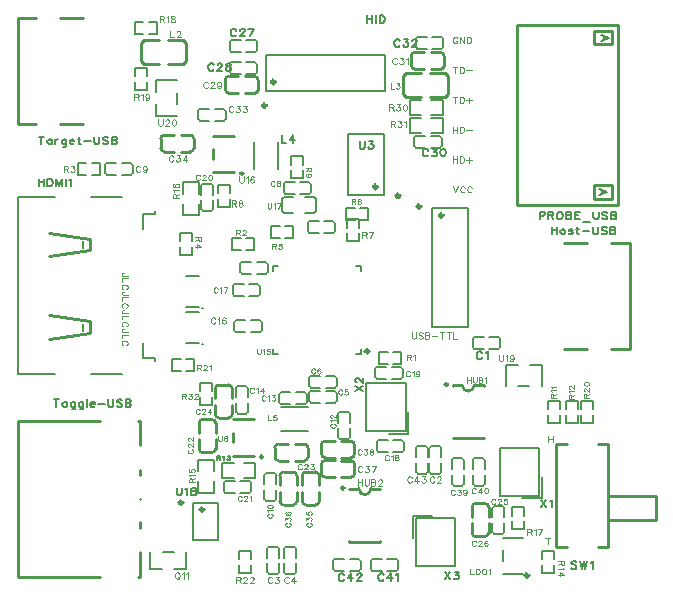
<source format=gto>
G04 Layer: TopSilkscreenLayer*
G04 EasyEDA Pro v2.2.27.1, 2024-09-30 12:04:34*
G04 Gerber Generator version 0.3*
G04 Scale: 100 percent, Rotated: No, Reflected: No*
G04 Dimensions in millimeters*
G04 Leading zeros omitted, absolute positions, 3 integers and 5 decimals*
%FSLAX35Y35*%
%MOMM*%
%ADD10C,0.1*%
%ADD11C,0.15*%
%ADD12C,0.1524*%
%ADD13C,0.1016*%
%ADD14C,0.102*%
%ADD15C,0.254*%
%ADD16C,0.2*%
%ADD17C,0.3*%
%ADD18C,0.2012*%
%ADD19C,0.20066*%
%ADD20C,0.15199*%
G75*


G04 Text Start*
G54D10*
G01X824903Y3233901D02*
G01X785025Y3233901D01*
G01X777405Y3236441D01*
G01X774865Y3238981D01*
G01X772579Y3243807D01*
G01X772579Y3248887D01*
G01X774865Y3253967D01*
G01X777405Y3256253D01*
G01X785025Y3258793D01*
G01X789851Y3258793D01*
G01X824903Y3211803D02*
G01X772579Y3211803D01*
G01X772579Y3211803D02*
G01X772579Y3181831D01*
G01X812457Y3122395D02*
G01X817537Y3124935D01*
G01X822363Y3129761D01*
G01X824903Y3134841D01*
G01X824903Y3144747D01*
G01X822363Y3149827D01*
G01X817537Y3154907D01*
G01X812457Y3157447D01*
G01X805091Y3159733D01*
G01X792391Y3159733D01*
G01X785025Y3157447D01*
G01X779945Y3154907D01*
G01X774865Y3149827D01*
G01X772579Y3144747D01*
G01X772579Y3134841D01*
G01X774865Y3129761D01*
G01X779945Y3124935D01*
G01X785025Y3122395D01*
G01X824903Y3075405D02*
G01X785025Y3075405D01*
G01X777405Y3077945D01*
G01X774865Y3080485D01*
G01X772579Y3085311D01*
G01X772579Y3090391D01*
G01X774865Y3095471D01*
G01X777405Y3098011D01*
G01X785025Y3100297D01*
G01X789851Y3100297D01*
G01X824903Y3053307D02*
G01X772579Y3053307D01*
G01X772579Y3053307D02*
G01X772579Y3023335D01*
G01X812457Y2963899D02*
G01X817537Y2966439D01*
G01X822363Y2971265D01*
G01X824903Y2976345D01*
G01X824903Y2986251D01*
G01X822363Y2991331D01*
G01X817537Y2996411D01*
G01X812457Y2998951D01*
G01X805091Y3001237D01*
G01X792391Y3001237D01*
G01X785025Y2998951D01*
G01X779945Y2996411D01*
G01X774865Y2991331D01*
G01X772579Y2986251D01*
G01X772579Y2976345D01*
G01X774865Y2971265D01*
G01X779945Y2966439D01*
G01X785025Y2963899D01*
G01X824903Y2916909D02*
G01X785025Y2916909D01*
G01X777405Y2919449D01*
G01X774865Y2921989D01*
G01X772579Y2926815D01*
G01X772579Y2931895D01*
G01X774865Y2936975D01*
G01X777405Y2939515D01*
G01X785025Y2941801D01*
G01X789851Y2941801D01*
G01X824903Y2894811D02*
G01X772579Y2894811D01*
G01X772579Y2894811D02*
G01X772579Y2864839D01*
G01X812457Y2805403D02*
G01X817537Y2807943D01*
G01X822363Y2812769D01*
G01X824903Y2817849D01*
G01X824903Y2827755D01*
G01X822363Y2832835D01*
G01X817537Y2837915D01*
G01X812457Y2840455D01*
G01X805091Y2842741D01*
G01X792391Y2842741D01*
G01X785025Y2840455D01*
G01X779945Y2837915D01*
G01X774865Y2832835D01*
G01X772579Y2827755D01*
G01X772579Y2817849D01*
G01X774865Y2812769D01*
G01X779945Y2807943D01*
G01X785025Y2805403D01*
G01X824903Y2758413D02*
G01X785025Y2758413D01*
G01X777405Y2760953D01*
G01X774865Y2763493D01*
G01X772579Y2768319D01*
G01X772579Y2773399D01*
G01X774865Y2778479D01*
G01X777405Y2781019D01*
G01X785025Y2783305D01*
G01X789851Y2783305D01*
G01X824903Y2736315D02*
G01X772579Y2736315D01*
G01X772579Y2736315D02*
G01X772579Y2706343D01*
G01X812457Y2646907D02*
G01X817537Y2649447D01*
G01X822363Y2654273D01*
G01X824903Y2659353D01*
G01X824903Y2669259D01*
G01X822363Y2674339D01*
G01X817537Y2679419D01*
G01X812457Y2681959D01*
G01X805091Y2684245D01*
G01X792391Y2684245D01*
G01X785025Y2681959D01*
G01X779945Y2679419D01*
G01X774865Y2674339D01*
G01X772579Y2669259D01*
G01X772579Y2659353D01*
G01X774865Y2654273D01*
G01X779945Y2649447D01*
G01X785025Y2646907D01*
G01X4387253Y1878303D02*
G01X4387253Y1825979D01*
G01X4422051Y1878303D02*
G01X4422051Y1825979D01*
G01X4387253Y1853411D02*
G01X4422051Y1853411D01*
G01X4379379Y1014703D02*
G01X4379379Y962379D01*
G01X4361853Y1014703D02*
G01X4396651Y1014703D01*
G01X3616276Y5244057D02*
G01X3613736Y5249137D01*
G01X3608910Y5253963D01*
G01X3603830Y5256503D01*
G01X3593924Y5256503D01*
G01X3588844Y5253963D01*
G01X3583764Y5249137D01*
G01X3581478Y5244057D01*
G01X3578938Y5236691D01*
G01X3578938Y5223991D01*
G01X3581478Y5216625D01*
G01X3583764Y5211545D01*
G01X3588844Y5206465D01*
G01X3593924Y5204179D01*
G01X3603830Y5204179D01*
G01X3608910Y5206465D01*
G01X3613736Y5211545D01*
G01X3616276Y5216625D01*
G01X3616276Y5223991D01*
G01X3603830Y5223991D02*
G01X3616276Y5223991D01*
G01X3638374Y5256503D02*
G01X3638374Y5204179D01*
G01X3638374Y5256503D02*
G01X3673172Y5204179D01*
G01X3673172Y5256503D02*
G01X3673172Y5204179D01*
G01X3695270Y5256503D02*
G01X3695270Y5204179D01*
G01X3695270Y5256503D02*
G01X3712796Y5256503D01*
G01X3720162Y5253963D01*
G01X3725242Y5249137D01*
G01X3727782Y5244057D01*
G01X3730068Y5236691D01*
G01X3730068Y5223991D01*
G01X3727782Y5216625D01*
G01X3725242Y5211545D01*
G01X3720162Y5206465D01*
G01X3712796Y5204179D01*
G01X3695270Y5204179D01*
G01X3596464Y5003663D02*
G01X3596464Y4951339D01*
G01X3578938Y5003663D02*
G01X3613736Y5003663D01*
G01X3635834Y5003663D02*
G01X3635834Y4951339D01*
G01X3635834Y5003663D02*
G01X3653360Y5003663D01*
G01X3660726Y5001123D01*
G01X3665806Y4996297D01*
G01X3668346Y4991217D01*
G01X3670632Y4983851D01*
G01X3670632Y4971151D01*
G01X3668346Y4963785D01*
G01X3665806Y4958705D01*
G01X3660726Y4953625D01*
G01X3653360Y4951339D01*
G01X3635834Y4951339D01*
G01X3692730Y4973691D02*
G01X3737688Y4973691D01*
G54D11*
G01X4899914Y5249418D02*
G01X4831080Y5275580D01*
G01X4899914Y5249418D02*
G01X4831080Y5223256D01*
G01X4853940Y5265928D02*
G01X4853940Y5233162D01*
G54D10*
G01X3596464Y4750823D02*
G01X3596464Y4698499D01*
G01X3578938Y4750823D02*
G01X3613736Y4750823D01*
G01X3635834Y4750823D02*
G01X3635834Y4698499D01*
G01X3635834Y4750823D02*
G01X3653360Y4750823D01*
G01X3660726Y4748283D01*
G01X3665806Y4743457D01*
G01X3668346Y4738377D01*
G01X3670632Y4731011D01*
G01X3670632Y4718311D01*
G01X3668346Y4710945D01*
G01X3665806Y4705865D01*
G01X3660726Y4700785D01*
G01X3653360Y4698499D01*
G01X3635834Y4698499D01*
G01X3715082Y4743457D02*
G01X3715082Y4698499D01*
G01X3692730Y4720851D02*
G01X3737688Y4720851D01*
G01X3578938Y4497983D02*
G01X3578938Y4445659D01*
G01X3613736Y4497983D02*
G01X3613736Y4445659D01*
G01X3578938Y4473091D02*
G01X3613736Y4473091D01*
G01X3635834Y4497983D02*
G01X3635834Y4445659D01*
G01X3635834Y4497983D02*
G01X3653360Y4497983D01*
G01X3660726Y4495443D01*
G01X3665806Y4490617D01*
G01X3668346Y4485537D01*
G01X3670632Y4478171D01*
G01X3670632Y4465471D01*
G01X3668346Y4458105D01*
G01X3665806Y4453025D01*
G01X3660726Y4447945D01*
G01X3653360Y4445659D01*
G01X3635834Y4445659D01*
G01X3692730Y4468011D02*
G01X3737688Y4468011D01*
G01X3578938Y4245143D02*
G01X3578938Y4192819D01*
G01X3613736Y4245143D02*
G01X3613736Y4192819D01*
G01X3578938Y4220251D02*
G01X3613736Y4220251D01*
G01X3635834Y4245143D02*
G01X3635834Y4192819D01*
G01X3635834Y4245143D02*
G01X3653360Y4245143D01*
G01X3660726Y4242603D01*
G01X3665806Y4237777D01*
G01X3668346Y4232697D01*
G01X3670632Y4225331D01*
G01X3670632Y4212631D01*
G01X3668346Y4205265D01*
G01X3665806Y4200185D01*
G01X3660726Y4195105D01*
G01X3653360Y4192819D01*
G01X3635834Y4192819D01*
G01X3715082Y4237777D02*
G01X3715082Y4192819D01*
G01X3692730Y4215171D02*
G01X3737688Y4215171D01*
G01X3578938Y3992303D02*
G01X3598750Y3939979D01*
G01X3618816Y3992303D02*
G01X3598750Y3939979D01*
G01X3678252Y3979857D02*
G01X3675712Y3984937D01*
G01X3670886Y3989763D01*
G01X3665806Y3992303D01*
G01X3655900Y3992303D01*
G01X3650820Y3989763D01*
G01X3645740Y3984937D01*
G01X3643200Y3979857D01*
G01X3640914Y3972491D01*
G01X3640914Y3959791D01*
G01X3643200Y3952425D01*
G01X3645740Y3947345D01*
G01X3650820Y3942265D01*
G01X3655900Y3939979D01*
G01X3665806Y3939979D01*
G01X3670886Y3942265D01*
G01X3675712Y3947345D01*
G01X3678252Y3952425D01*
G01X3737688Y3979857D02*
G01X3735148Y3984937D01*
G01X3730322Y3989763D01*
G01X3725242Y3992303D01*
G01X3715336Y3992303D01*
G01X3710256Y3989763D01*
G01X3705176Y3984937D01*
G01X3702636Y3979857D01*
G01X3700350Y3972491D01*
G01X3700350Y3959791D01*
G01X3702636Y3952425D01*
G01X3705176Y3947345D01*
G01X3710256Y3942265D01*
G01X3715336Y3939979D01*
G01X3725242Y3939979D01*
G01X3730322Y3942265D01*
G01X3735148Y3947345D01*
G01X3737688Y3952425D01*
G54D11*
G01X4887214Y3941318D02*
G01X4818380Y3967480D01*
G01X4887214Y3941318D02*
G01X4818380Y3915156D01*
G01X4841240Y3957828D02*
G01X4841240Y3925062D01*
G54D12*
G01X2853093Y5440907D02*
G01X2853093Y5375883D01*
G01X2896527Y5440907D02*
G01X2896527Y5375883D01*
G01X2853093Y5409919D02*
G01X2896527Y5409919D01*
G01X2926753Y5440907D02*
G01X2926753Y5375883D01*
G01X2956979Y5440907D02*
G01X2956979Y5375883D01*
G01X2956979Y5440907D02*
G01X2978569Y5440907D01*
G01X2987713Y5437859D01*
G01X2994063Y5431763D01*
G01X2997111Y5425413D01*
G01X3000159Y5416269D01*
G01X3000159Y5400775D01*
G01X2997111Y5391377D01*
G01X2994063Y5385281D01*
G01X2987713Y5378931D01*
G01X2978569Y5375883D01*
G01X2956979Y5375883D01*
G54D10*
G01X3041053Y4685003D02*
G01X3041053Y4632679D01*
G01X3041053Y4685003D02*
G01X3063405Y4685003D01*
G01X3071025Y4682463D01*
G01X3073565Y4680177D01*
G01X3075851Y4675097D01*
G01X3075851Y4670017D01*
G01X3073565Y4665191D01*
G01X3071025Y4662651D01*
G01X3063405Y4660111D01*
G01X3041053Y4660111D01*
G01X3058579Y4660111D02*
G01X3075851Y4632679D01*
G01X3102775Y4685003D02*
G01X3130461Y4685003D01*
G01X3115475Y4665191D01*
G01X3122841Y4665191D01*
G01X3127921Y4662651D01*
G01X3130461Y4660111D01*
G01X3132747Y4652491D01*
G01X3132747Y4647665D01*
G01X3130461Y4640045D01*
G01X3125381Y4634965D01*
G01X3117761Y4632679D01*
G01X3110395Y4632679D01*
G01X3102775Y4634965D01*
G01X3100235Y4637505D01*
G01X3097949Y4642585D01*
G01X3169831Y4685003D02*
G01X3162211Y4682463D01*
G01X3157131Y4675097D01*
G01X3154845Y4662651D01*
G01X3154845Y4655031D01*
G01X3157131Y4642585D01*
G01X3162211Y4634965D01*
G01X3169831Y4632679D01*
G01X3174657Y4632679D01*
G01X3182277Y4634965D01*
G01X3187357Y4642585D01*
G01X3189643Y4655031D01*
G01X3189643Y4662651D01*
G01X3187357Y4675097D01*
G01X3182277Y4682463D01*
G01X3174657Y4685003D01*
G01X3169831Y4685003D01*
G01X3053753Y4545303D02*
G01X3053753Y4492979D01*
G01X3053753Y4545303D02*
G01X3076105Y4545303D01*
G01X3083725Y4542763D01*
G01X3086265Y4540477D01*
G01X3088551Y4535397D01*
G01X3088551Y4530317D01*
G01X3086265Y4525491D01*
G01X3083725Y4522951D01*
G01X3076105Y4520411D01*
G01X3053753Y4520411D01*
G01X3071279Y4520411D02*
G01X3088551Y4492979D01*
G01X3115475Y4545303D02*
G01X3143161Y4545303D01*
G01X3128175Y4525491D01*
G01X3135541Y4525491D01*
G01X3140621Y4522951D01*
G01X3143161Y4520411D01*
G01X3145447Y4512791D01*
G01X3145447Y4507965D01*
G01X3143161Y4500345D01*
G01X3138081Y4495265D01*
G01X3130461Y4492979D01*
G01X3123095Y4492979D01*
G01X3115475Y4495265D01*
G01X3112935Y4497805D01*
G01X3110649Y4502885D01*
G01X3167545Y4535397D02*
G01X3172371Y4537937D01*
G01X3179991Y4545303D01*
G01X3179991Y4492979D01*
G01X1186853Y5307303D02*
G01X1186853Y5254979D01*
G01X1186853Y5254979D02*
G01X1216825Y5254979D01*
G01X1241209Y5294857D02*
G01X1241209Y5297397D01*
G01X1243749Y5302477D01*
G01X1246289Y5304763D01*
G01X1251369Y5307303D01*
G01X1261275Y5307303D01*
G01X1266355Y5304763D01*
G01X1268895Y5302477D01*
G01X1271435Y5297397D01*
G01X1271435Y5292317D01*
G01X1268895Y5287491D01*
G01X1263815Y5279871D01*
G01X1238923Y5254979D01*
G01X1273721Y5254979D01*
G54D13*
G01X3053753Y4863311D02*
G01X3053753Y4820131D01*
G01X3053753Y4820131D02*
G01X3078645Y4820131D01*
G01X3102775Y4863311D02*
G01X3125635Y4863311D01*
G01X3113189Y4846801D01*
G01X3119285Y4846801D01*
G01X3123603Y4844769D01*
G01X3125635Y4842737D01*
G01X3127667Y4836641D01*
G01X3127667Y4832577D01*
G01X3125635Y4826227D01*
G01X3121317Y4822163D01*
G01X3115221Y4820131D01*
G01X3109125Y4820131D01*
G01X3102775Y4822163D01*
G01X3100743Y4824195D01*
G01X3098711Y4828259D01*
G01X3701453Y2374111D02*
G01X3701453Y2330931D01*
G01X3730409Y2374111D02*
G01X3730409Y2330931D01*
G01X3701453Y2353537D02*
G01X3730409Y2353537D01*
G01X3750475Y2374111D02*
G01X3750475Y2343377D01*
G01X3752507Y2337027D01*
G01X3756571Y2332963D01*
G01X3762921Y2330931D01*
G01X3766985Y2330931D01*
G01X3773081Y2332963D01*
G01X3777399Y2337027D01*
G01X3779431Y2343377D01*
G01X3779431Y2374111D01*
G01X3799497Y2374111D02*
G01X3799497Y2330931D01*
G01X3799497Y2374111D02*
G01X3818039Y2374111D01*
G01X3824389Y2372079D01*
G01X3826421Y2370047D01*
G01X3828453Y2365983D01*
G01X3828453Y2361919D01*
G01X3826421Y2357601D01*
G01X3824389Y2355569D01*
G01X3818039Y2353537D01*
G01X3799497Y2353537D02*
G01X3818039Y2353537D01*
G01X3824389Y2351505D01*
G01X3826421Y2349473D01*
G01X3828453Y2345409D01*
G01X3828453Y2339059D01*
G01X3826421Y2334995D01*
G01X3824389Y2332963D01*
G01X3818039Y2330931D01*
G01X3799497Y2330931D01*
G01X3848519Y2365983D02*
G01X3852583Y2368015D01*
G01X3858933Y2374111D01*
G01X3858933Y2330931D01*
G54D12*
G01X4326293Y1338807D02*
G01X4369727Y1273783D01*
G01X4369727Y1338807D02*
G01X4326293Y1273783D01*
G01X4399953Y1326361D02*
G01X4406049Y1329663D01*
G01X4415193Y1338807D01*
G01X4415193Y1273783D01*
G54D10*
G01X4404779Y2202153D02*
G01X4450753Y2202153D01*
G01X4404779Y2202153D02*
G01X4404779Y2221711D01*
G01X4407065Y2228315D01*
G01X4409097Y2230601D01*
G01X4413669Y2232633D01*
G01X4417987Y2232633D01*
G01X4422305Y2230601D01*
G01X4424591Y2228315D01*
G01X4426623Y2221711D01*
G01X4426623Y2202153D01*
G01X4426623Y2217393D02*
G01X4450753Y2232633D01*
G01X4413669Y2253207D02*
G01X4411383Y2257525D01*
G01X4404779Y2264129D01*
G01X4450753Y2264129D01*
G01X4413669Y2284703D02*
G01X4411383Y2289021D01*
G01X4404779Y2295625D01*
G01X4450753Y2295625D01*
G54D14*
G01X4557311Y2193121D02*
G01X4603285Y2193121D01*
G01X4557311Y2193121D02*
G01X4557311Y2212679D01*
G01X4559597Y2219283D01*
G01X4561883Y2221569D01*
G01X4566201Y2223601D01*
G01X4570519Y2223601D01*
G01X4574837Y2221569D01*
G01X4577123Y2219283D01*
G01X4579155Y2212679D01*
G01X4579155Y2193121D01*
G01X4579155Y2208361D02*
G01X4603285Y2223601D01*
G01X4566201Y2244175D02*
G01X4563915Y2248747D01*
G01X4557311Y2255097D01*
G01X4603285Y2255097D01*
G01X4568233Y2277957D02*
G01X4566201Y2277957D01*
G01X4561883Y2280243D01*
G01X4559597Y2282275D01*
G01X4557311Y2286593D01*
G01X4557311Y2295483D01*
G01X4559597Y2299801D01*
G01X4561883Y2301833D01*
G01X4566201Y2304119D01*
G01X4570519Y2304119D01*
G01X4574837Y2301833D01*
G01X4581441Y2297515D01*
G01X4603285Y2275671D01*
G01X4603285Y2306405D01*
G54D13*
G01X1923453Y2615411D02*
G01X1923453Y2584677D01*
G01X1925485Y2578327D01*
G01X1929549Y2574263D01*
G01X1935899Y2572231D01*
G01X1939963Y2572231D01*
G01X1946059Y2574263D01*
G01X1950377Y2578327D01*
G01X1952409Y2584677D01*
G01X1952409Y2615411D01*
G01X1972475Y2607283D02*
G01X1976539Y2609315D01*
G01X1982889Y2615411D01*
G01X1982889Y2572231D01*
G01X2027847Y2615411D02*
G01X2007019Y2615411D01*
G01X2004987Y2596869D01*
G01X2007019Y2598901D01*
G01X2013369Y2601187D01*
G01X2019465Y2601187D01*
G01X2025561Y2598901D01*
G01X2029879Y2594837D01*
G01X2031911Y2588741D01*
G01X2031911Y2584677D01*
G01X2029879Y2578327D01*
G01X2025561Y2574263D01*
G01X2019465Y2572231D01*
G01X2013369Y2572231D01*
G01X2007019Y2574263D01*
G01X2004987Y2576295D01*
G01X2002955Y2580359D01*
G54D12*
G01X71793Y4056607D02*
G01X71793Y3991583D01*
G01X115227Y4056607D02*
G01X115227Y3991583D01*
G01X71793Y4025619D02*
G01X115227Y4025619D01*
G01X145453Y4056607D02*
G01X145453Y3991583D01*
G01X145453Y4056607D02*
G01X167043Y4056607D01*
G01X176187Y4053559D01*
G01X182537Y4047463D01*
G01X185585Y4041113D01*
G01X188633Y4031969D01*
G01X188633Y4016475D01*
G01X185585Y4007077D01*
G01X182537Y4000981D01*
G01X176187Y3994631D01*
G01X167043Y3991583D01*
G01X145453Y3991583D01*
G01X218859Y4056607D02*
G01X218859Y3991583D01*
G01X218859Y4056607D02*
G01X243497Y3991583D01*
G01X268389Y4056607D02*
G01X243497Y3991583D01*
G01X268389Y4056607D02*
G01X268389Y3991583D01*
G01X298615Y4056607D02*
G01X298615Y3991583D01*
G01X328841Y4044161D02*
G01X334937Y4047463D01*
G01X344081Y4056607D01*
G01X344081Y3991583D01*
G01X2789593Y4374107D02*
G01X2789593Y4327625D01*
G01X2792641Y4318481D01*
G01X2798991Y4312131D01*
G01X2808135Y4309083D01*
G01X2814485Y4309083D01*
G01X2823629Y4312131D01*
G01X2829725Y4318481D01*
G01X2833027Y4327625D01*
G01X2833027Y4374107D01*
G01X2869349Y4374107D02*
G01X2903385Y4374107D01*
G01X2884843Y4349469D01*
G01X2893987Y4349469D01*
G01X2900337Y4346421D01*
G01X2903385Y4343119D01*
G01X2906433Y4333975D01*
G01X2906433Y4327625D01*
G01X2903385Y4318481D01*
G01X2897289Y4312131D01*
G01X2887891Y4309083D01*
G01X2878493Y4309083D01*
G01X2869349Y4312131D01*
G01X2866301Y4315433D01*
G01X2863253Y4321529D01*
G54D13*
G01X2640241Y2262351D02*
G01X2638209Y2266415D01*
G01X2634145Y2270479D01*
G01X2629827Y2272511D01*
G01X2621699Y2272511D01*
G01X2617635Y2270479D01*
G01X2613317Y2266415D01*
G01X2611285Y2262351D01*
G01X2609253Y2256001D01*
G01X2609253Y2245841D01*
G01X2611285Y2239491D01*
G01X2613317Y2235427D01*
G01X2617635Y2231363D01*
G01X2621699Y2229331D01*
G01X2629827Y2229331D01*
G01X2634145Y2231363D01*
G01X2638209Y2235427D01*
G01X2640241Y2239491D01*
G01X2685199Y2272511D02*
G01X2664371Y2272511D01*
G01X2662339Y2253969D01*
G01X2664371Y2256001D01*
G01X2670721Y2258287D01*
G01X2676817Y2258287D01*
G01X2682913Y2256001D01*
G01X2687231Y2251937D01*
G01X2689263Y2245841D01*
G01X2689263Y2241777D01*
G01X2687231Y2235427D01*
G01X2682913Y2231363D01*
G01X2676817Y2229331D01*
G01X2670721Y2229331D01*
G01X2664371Y2231363D01*
G01X2662339Y2233395D01*
G01X2660307Y2237459D01*
G01X2411641Y2440151D02*
G01X2409609Y2444215D01*
G01X2405545Y2448279D01*
G01X2401227Y2450311D01*
G01X2393099Y2450311D01*
G01X2389035Y2448279D01*
G01X2384717Y2444215D01*
G01X2382685Y2440151D01*
G01X2380653Y2433801D01*
G01X2380653Y2423641D01*
G01X2382685Y2417291D01*
G01X2384717Y2413227D01*
G01X2389035Y2409163D01*
G01X2393099Y2407131D01*
G01X2401227Y2407131D01*
G01X2405545Y2409163D01*
G01X2409609Y2413227D01*
G01X2411641Y2417291D01*
G01X2456599Y2444215D02*
G01X2454313Y2448279D01*
G01X2448217Y2450311D01*
G01X2444153Y2450311D01*
G01X2437803Y2448279D01*
G01X2433739Y2442183D01*
G01X2431707Y2431769D01*
G01X2431707Y2421609D01*
G01X2433739Y2413227D01*
G01X2437803Y2409163D01*
G01X2444153Y2407131D01*
G01X2446185Y2407131D01*
G01X2452281Y2409163D01*
G01X2456599Y2413227D01*
G01X2458631Y2419577D01*
G01X2458631Y2421609D01*
G01X2456599Y2427705D01*
G01X2452281Y2431769D01*
G01X2446185Y2433801D01*
G01X2444153Y2433801D01*
G01X2437803Y2431769D01*
G01X2433739Y2427705D01*
G01X2431707Y2421609D01*
G01X2018195Y1217141D02*
G01X2014131Y1215109D01*
G01X2010067Y1211045D01*
G01X2008035Y1206727D01*
G01X2008035Y1198599D01*
G01X2010067Y1194535D01*
G01X2014131Y1190217D01*
G01X2018195Y1188185D01*
G01X2024545Y1186153D01*
G01X2034705Y1186153D01*
G01X2041055Y1188185D01*
G01X2045119Y1190217D01*
G01X2049183Y1194535D01*
G01X2051215Y1198599D01*
G01X2051215Y1206727D01*
G01X2049183Y1211045D01*
G01X2045119Y1215109D01*
G01X2041055Y1217141D01*
G01X2016163Y1237207D02*
G01X2014131Y1241271D01*
G01X2008035Y1247621D01*
G01X2051215Y1247621D01*
G01X2008035Y1280133D02*
G01X2010067Y1273783D01*
G01X2016163Y1269719D01*
G01X2026577Y1267687D01*
G01X2032673Y1267687D01*
G01X2043087Y1269719D01*
G01X2049183Y1273783D01*
G01X2051215Y1280133D01*
G01X2051215Y1284197D01*
G01X2049183Y1290293D01*
G01X2043087Y1294611D01*
G01X2032673Y1296643D01*
G01X2026577Y1296643D01*
G01X2016163Y1294611D01*
G01X2010067Y1290293D01*
G01X2008035Y1284197D01*
G01X2008035Y1280133D01*
G01X2551595Y1979141D02*
G01X2547531Y1977109D01*
G01X2543467Y1973045D01*
G01X2541435Y1968727D01*
G01X2541435Y1960599D01*
G01X2543467Y1956535D01*
G01X2547531Y1952217D01*
G01X2551595Y1950185D01*
G01X2557945Y1948153D01*
G01X2568105Y1948153D01*
G01X2574455Y1950185D01*
G01X2578519Y1952217D01*
G01X2582583Y1956535D01*
G01X2584615Y1960599D01*
G01X2584615Y1968727D01*
G01X2582583Y1973045D01*
G01X2578519Y1977109D01*
G01X2574455Y1979141D01*
G01X2549563Y1999207D02*
G01X2547531Y2003271D01*
G01X2541435Y2009621D01*
G01X2584615Y2009621D01*
G01X2551595Y2031719D02*
G01X2549563Y2031719D01*
G01X2545499Y2033751D01*
G01X2543467Y2035783D01*
G01X2541435Y2040101D01*
G01X2541435Y2048229D01*
G01X2543467Y2052293D01*
G01X2545499Y2054579D01*
G01X2549563Y2056611D01*
G01X2553627Y2056611D01*
G01X2557945Y2054579D01*
G01X2564041Y2050261D01*
G01X2584615Y2029687D01*
G01X2584615Y2058643D01*
G01X1586141Y3125951D02*
G01X1584109Y3130015D01*
G01X1580045Y3134079D01*
G01X1575727Y3136111D01*
G01X1567599Y3136111D01*
G01X1563535Y3134079D01*
G01X1559217Y3130015D01*
G01X1557185Y3125951D01*
G01X1555153Y3119601D01*
G01X1555153Y3109441D01*
G01X1557185Y3103091D01*
G01X1559217Y3099027D01*
G01X1563535Y3094963D01*
G01X1567599Y3092931D01*
G01X1575727Y3092931D01*
G01X1580045Y3094963D01*
G01X1584109Y3099027D01*
G01X1586141Y3103091D01*
G01X1606207Y3127983D02*
G01X1610271Y3130015D01*
G01X1616621Y3136111D01*
G01X1616621Y3092931D01*
G01X1665643Y3136111D02*
G01X1645069Y3092931D01*
G01X1636687Y3136111D02*
G01X1665643Y3136111D01*
G01X1992541Y2211551D02*
G01X1990509Y2215615D01*
G01X1986445Y2219679D01*
G01X1982127Y2221711D01*
G01X1973999Y2221711D01*
G01X1969935Y2219679D01*
G01X1965617Y2215615D01*
G01X1963585Y2211551D01*
G01X1961553Y2205201D01*
G01X1961553Y2195041D01*
G01X1963585Y2188691D01*
G01X1965617Y2184627D01*
G01X1969935Y2180563D01*
G01X1973999Y2178531D01*
G01X1982127Y2178531D01*
G01X1986445Y2180563D01*
G01X1990509Y2184627D01*
G01X1992541Y2188691D01*
G01X2012607Y2213583D02*
G01X2016671Y2215615D01*
G01X2023021Y2221711D01*
G01X2023021Y2178531D01*
G01X2047151Y2221711D02*
G01X2070011Y2221711D01*
G01X2057565Y2205201D01*
G01X2063661Y2205201D01*
G01X2067979Y2203169D01*
G01X2070011Y2201137D01*
G01X2072043Y2195041D01*
G01X2072043Y2190977D01*
G01X2070011Y2184627D01*
G01X2065693Y2180563D01*
G01X2059597Y2178531D01*
G01X2053501Y2178531D01*
G01X2047151Y2180563D01*
G01X2045119Y2182595D01*
G01X2043087Y2186659D01*
G54D10*
G01X1892719Y2277845D02*
G01X1890433Y2282163D01*
G01X1886115Y2286481D01*
G01X1881797Y2288767D01*
G01X1872907Y2288767D01*
G01X1868589Y2286481D01*
G01X1864271Y2282163D01*
G01X1861985Y2277845D01*
G01X1859953Y2271241D01*
G01X1859953Y2260319D01*
G01X1861985Y2253715D01*
G01X1864271Y2249397D01*
G01X1868589Y2245079D01*
G01X1872907Y2242793D01*
G01X1881797Y2242793D01*
G01X1886115Y2245079D01*
G01X1890433Y2249397D01*
G01X1892719Y2253715D01*
G01X1913293Y2279877D02*
G01X1917611Y2282163D01*
G01X1924215Y2288767D01*
G01X1924215Y2242793D01*
G01X1966633Y2288767D02*
G01X1944789Y2258033D01*
G01X1977555Y2258033D01*
G01X1966633Y2288767D02*
G01X1966633Y2242793D01*
G01X1567091Y2869157D02*
G01X1564551Y2874237D01*
G01X1559725Y2879063D01*
G01X1554645Y2881603D01*
G01X1544739Y2881603D01*
G01X1539659Y2879063D01*
G01X1534579Y2874237D01*
G01X1532293Y2869157D01*
G01X1529753Y2861791D01*
G01X1529753Y2849091D01*
G01X1532293Y2841725D01*
G01X1534579Y2836645D01*
G01X1539659Y2831565D01*
G01X1544739Y2829279D01*
G01X1554645Y2829279D01*
G01X1559725Y2831565D01*
G01X1564551Y2836645D01*
G01X1567091Y2841725D01*
G01X1589189Y2871697D02*
G01X1594015Y2874237D01*
G01X1601635Y2881603D01*
G01X1601635Y2829279D01*
G01X1653705Y2874237D02*
G01X1651165Y2879063D01*
G01X1643545Y2881603D01*
G01X1638719Y2881603D01*
G01X1631099Y2879063D01*
G01X1626019Y2871697D01*
G01X1623733Y2859251D01*
G01X1623733Y2846551D01*
G01X1626019Y2836645D01*
G01X1631099Y2831565D01*
G01X1638719Y2829279D01*
G01X1641259Y2829279D01*
G01X1648625Y2831565D01*
G01X1653705Y2836645D01*
G01X1656245Y2844265D01*
G01X1656245Y2846551D01*
G01X1653705Y2854171D01*
G01X1648625Y2859251D01*
G01X1641259Y2861791D01*
G01X1638719Y2861791D01*
G01X1631099Y2859251D01*
G01X1626019Y2854171D01*
G01X1623733Y2846551D01*
G54D13*
G01X2067471Y4027651D02*
G01X2065439Y4031715D01*
G01X2061375Y4035779D01*
G01X2057057Y4037811D01*
G01X2048929Y4037811D01*
G01X2044865Y4035779D01*
G01X2040547Y4031715D01*
G01X2038515Y4027651D01*
G01X2036483Y4021301D01*
G01X2036483Y4011141D01*
G01X2038515Y4004791D01*
G01X2040547Y4000727D01*
G01X2044865Y3996663D01*
G01X2048929Y3994631D01*
G01X2057057Y3994631D01*
G01X2061375Y3996663D01*
G01X2065439Y4000727D01*
G01X2067471Y4004791D01*
G01X2097951Y4037811D02*
G01X2091601Y4035779D01*
G01X2089569Y4031715D01*
G01X2089569Y4027651D01*
G01X2091601Y4023587D01*
G01X2095919Y4021301D01*
G01X2104047Y4019269D01*
G01X2110143Y4017237D01*
G01X2114461Y4013173D01*
G01X2116493Y4009109D01*
G01X2116493Y4002759D01*
G01X2114461Y3998695D01*
G01X2112429Y3996663D01*
G01X2106079Y3994631D01*
G01X2097951Y3994631D01*
G01X2091601Y3996663D01*
G01X2089569Y3998695D01*
G01X2087537Y4002759D01*
G01X2087537Y4009109D01*
G01X2089569Y4013173D01*
G01X2093633Y4017237D01*
G01X2099983Y4019269D01*
G01X2108111Y4021301D01*
G01X2112429Y4023587D01*
G01X2114461Y4027651D01*
G01X2114461Y4031715D01*
G01X2112429Y4035779D01*
G01X2106079Y4037811D01*
G01X2097951Y4037811D01*
G54D10*
G01X1745653Y3622267D02*
G01X1745653Y3576293D01*
G01X1745653Y3622267D02*
G01X1765211Y3622267D01*
G01X1771815Y3619981D01*
G01X1774101Y3617949D01*
G01X1776133Y3613377D01*
G01X1776133Y3609059D01*
G01X1774101Y3604741D01*
G01X1771815Y3602455D01*
G01X1765211Y3600423D01*
G01X1745653Y3600423D01*
G01X1760893Y3600423D02*
G01X1776133Y3576293D01*
G01X1798739Y3611345D02*
G01X1798739Y3613377D01*
G01X1801025Y3617949D01*
G01X1803311Y3619981D01*
G01X1807629Y3622267D01*
G01X1816265Y3622267D01*
G01X1820583Y3619981D01*
G01X1822869Y3617949D01*
G01X1825155Y3613377D01*
G01X1825155Y3609059D01*
G01X1822869Y3604741D01*
G01X1818551Y3598137D01*
G01X1796707Y3576293D01*
G01X1827187Y3576293D01*
G01X285153Y4164303D02*
G01X285153Y4111979D01*
G01X285153Y4164303D02*
G01X307505Y4164303D01*
G01X315125Y4161763D01*
G01X317665Y4159477D01*
G01X319951Y4154397D01*
G01X319951Y4149317D01*
G01X317665Y4144491D01*
G01X315125Y4141951D01*
G01X307505Y4139411D01*
G01X285153Y4139411D01*
G01X302679Y4139411D02*
G01X319951Y4111979D01*
G01X346875Y4164303D02*
G01X374561Y4164303D01*
G01X359575Y4144491D01*
G01X366941Y4144491D01*
G01X372021Y4141951D01*
G01X374561Y4139411D01*
G01X376847Y4131791D01*
G01X376847Y4126965D01*
G01X374561Y4119345D01*
G01X369481Y4114265D01*
G01X361861Y4111979D01*
G01X354495Y4111979D01*
G01X346875Y4114265D01*
G01X344335Y4116805D01*
G01X342049Y4121885D01*
G01X1447203Y3563593D02*
G01X1394879Y3563593D01*
G01X1447203Y3563593D02*
G01X1447203Y3541241D01*
G01X1444663Y3533621D01*
G01X1442377Y3531081D01*
G01X1437297Y3528795D01*
G01X1432217Y3528795D01*
G01X1427391Y3531081D01*
G01X1424851Y3533621D01*
G01X1422311Y3541241D01*
G01X1422311Y3563593D01*
G01X1422311Y3546067D02*
G01X1394879Y3528795D01*
G01X1447203Y3481805D02*
G01X1412151Y3506697D01*
G01X1412151Y3469359D01*
G01X1447203Y3481805D02*
G01X1394879Y3481805D01*
G54D14*
G01X3193453Y2568167D02*
G01X3193453Y2522193D01*
G01X3193453Y2568167D02*
G01X3213011Y2568167D01*
G01X3219615Y2565881D01*
G01X3221901Y2563595D01*
G01X3223933Y2559277D01*
G01X3223933Y2554959D01*
G01X3221901Y2550641D01*
G01X3219615Y2548355D01*
G01X3213011Y2546323D01*
G01X3193453Y2546323D01*
G01X3208693Y2546323D02*
G01X3223933Y2522193D01*
G01X3244507Y2559277D02*
G01X3249079Y2561563D01*
G01X3255429Y2568167D01*
G01X3255429Y2522193D01*
G54D13*
G01X2723553Y3885411D02*
G01X2723553Y3842231D01*
G01X2723553Y3885411D02*
G01X2742095Y3885411D01*
G01X2748445Y3883379D01*
G01X2750477Y3881347D01*
G01X2752509Y3877283D01*
G01X2752509Y3873219D01*
G01X2750477Y3868901D01*
G01X2748445Y3866869D01*
G01X2742095Y3864837D01*
G01X2723553Y3864837D01*
G01X2738031Y3864837D02*
G01X2752509Y3842231D01*
G01X2797467Y3879315D02*
G01X2795181Y3883379D01*
G01X2789085Y3885411D01*
G01X2785021Y3885411D01*
G01X2778671Y3883379D01*
G01X2774607Y3877283D01*
G01X2772575Y3866869D01*
G01X2772575Y3856709D01*
G01X2774607Y3848327D01*
G01X2778671Y3844263D01*
G01X2785021Y3842231D01*
G01X2787053Y3842231D01*
G01X2793149Y3844263D01*
G01X2797467Y3848327D01*
G01X2799499Y3854677D01*
G01X2799499Y3856709D01*
G01X2797467Y3862805D01*
G01X2793149Y3866869D01*
G01X2787053Y3868901D01*
G01X2785021Y3868901D01*
G01X2778671Y3866869D01*
G01X2774607Y3862805D01*
G01X2772575Y3856709D01*
G54D10*
G01X2812453Y3605503D02*
G01X2812453Y3553179D01*
G01X2812453Y3605503D02*
G01X2834805Y3605503D01*
G01X2842425Y3602963D01*
G01X2844965Y3600677D01*
G01X2847251Y3595597D01*
G01X2847251Y3590517D01*
G01X2844965Y3585691D01*
G01X2842425Y3583151D01*
G01X2834805Y3580611D01*
G01X2812453Y3580611D01*
G01X2829979Y3580611D02*
G01X2847251Y3553179D01*
G01X2904147Y3605503D02*
G01X2879255Y3553179D01*
G01X2869349Y3605503D02*
G01X2904147Y3605503D01*
G54D13*
G01X2374811Y4147793D02*
G01X2331631Y4147793D01*
G01X2374811Y4147793D02*
G01X2374811Y4129251D01*
G01X2372779Y4122901D01*
G01X2370747Y4120869D01*
G01X2366683Y4118837D01*
G01X2362619Y4118837D01*
G01X2358301Y4120869D01*
G01X2356269Y4122901D01*
G01X2354237Y4129251D01*
G01X2354237Y4147793D01*
G01X2354237Y4133315D02*
G01X2331631Y4118837D01*
G01X2360587Y4071847D02*
G01X2354237Y4073879D01*
G01X2350173Y4078197D01*
G01X2348141Y4084293D01*
G01X2348141Y4086325D01*
G01X2350173Y4092675D01*
G01X2354237Y4096739D01*
G01X2360587Y4098771D01*
G01X2362619Y4098771D01*
G01X2368715Y4096739D01*
G01X2372779Y4092675D01*
G01X2374811Y4086325D01*
G01X2374811Y4084293D01*
G01X2372779Y4078197D01*
G01X2368715Y4073879D01*
G01X2360587Y4071847D01*
G01X2350173Y4071847D01*
G01X2339759Y4073879D01*
G01X2333663Y4078197D01*
G01X2331631Y4084293D01*
G01X2331631Y4088357D01*
G01X2333663Y4094707D01*
G01X2337727Y4096739D01*
G01X1789341Y1360651D02*
G01X1787309Y1364715D01*
G01X1783245Y1368779D01*
G01X1778927Y1370811D01*
G01X1770799Y1370811D01*
G01X1766735Y1368779D01*
G01X1762417Y1364715D01*
G01X1760385Y1360651D01*
G01X1758353Y1354301D01*
G01X1758353Y1344141D01*
G01X1760385Y1337791D01*
G01X1762417Y1333727D01*
G01X1766735Y1329663D01*
G01X1770799Y1327631D01*
G01X1778927Y1327631D01*
G01X1783245Y1329663D01*
G01X1787309Y1333727D01*
G01X1789341Y1337791D01*
G01X1811439Y1360651D02*
G01X1811439Y1362683D01*
G01X1813471Y1366747D01*
G01X1815503Y1368779D01*
G01X1819821Y1370811D01*
G01X1827949Y1370811D01*
G01X1832013Y1368779D01*
G01X1834299Y1366747D01*
G01X1836331Y1362683D01*
G01X1836331Y1358619D01*
G01X1834299Y1354301D01*
G01X1829981Y1348205D01*
G01X1809407Y1327631D01*
G01X1838363Y1327631D01*
G01X1858429Y1362683D02*
G01X1862493Y1364715D01*
G01X1868843Y1370811D01*
G01X1868843Y1327631D01*
G01X1435519Y4081245D02*
G01X1433233Y4085563D01*
G01X1428915Y4089881D01*
G01X1424597Y4092167D01*
G01X1415961Y4092167D01*
G01X1411389Y4089881D01*
G01X1407071Y4085563D01*
G01X1405039Y4081245D01*
G01X1402753Y4074641D01*
G01X1402753Y4063719D01*
G01X1405039Y4057115D01*
G01X1407071Y4052797D01*
G01X1411389Y4048479D01*
G01X1415961Y4046193D01*
G01X1424597Y4046193D01*
G01X1428915Y4048479D01*
G01X1433233Y4052797D01*
G01X1435519Y4057115D01*
G01X1458379Y4081245D02*
G01X1458379Y4083277D01*
G01X1460411Y4087595D01*
G01X1462697Y4089881D01*
G01X1467015Y4092167D01*
G01X1475905Y4092167D01*
G01X1480223Y4089881D01*
G01X1482255Y4087595D01*
G01X1484541Y4083277D01*
G01X1484541Y4078959D01*
G01X1482255Y4074641D01*
G01X1477937Y4068037D01*
G01X1456093Y4046193D01*
G01X1486827Y4046193D01*
G01X1520609Y4092167D02*
G01X1514005Y4089881D01*
G01X1509687Y4083277D01*
G01X1507401Y4072355D01*
G01X1507401Y4065751D01*
G01X1509687Y4055083D01*
G01X1514005Y4048479D01*
G01X1520609Y4046193D01*
G01X1524927Y4046193D01*
G01X1531531Y4048479D01*
G01X1535849Y4055083D01*
G01X1538135Y4065751D01*
G01X1538135Y4072355D01*
G01X1535849Y4083277D01*
G01X1531531Y4089881D01*
G01X1524927Y4092167D01*
G01X1520609Y4092167D01*
G54D14*
G01X3937419Y1338045D02*
G01X3935133Y1342363D01*
G01X3930815Y1346681D01*
G01X3926497Y1348967D01*
G01X3917861Y1348967D01*
G01X3913289Y1346681D01*
G01X3908971Y1342363D01*
G01X3906939Y1338045D01*
G01X3904653Y1331441D01*
G01X3904653Y1320519D01*
G01X3906939Y1313915D01*
G01X3908971Y1309597D01*
G01X3913289Y1305279D01*
G01X3917861Y1302993D01*
G01X3926497Y1302993D01*
G01X3930815Y1305279D01*
G01X3935133Y1309597D01*
G01X3937419Y1313915D01*
G01X3960279Y1338045D02*
G01X3960279Y1340077D01*
G01X3962565Y1344395D01*
G01X3964597Y1346681D01*
G01X3968915Y1348967D01*
G01X3977805Y1348967D01*
G01X3982123Y1346681D01*
G01X3984155Y1344395D01*
G01X3986441Y1340077D01*
G01X3986441Y1335759D01*
G01X3984155Y1331441D01*
G01X3979837Y1324837D01*
G01X3957993Y1302993D01*
G01X3988727Y1302993D01*
G01X4035463Y1348967D02*
G01X4013873Y1348967D01*
G01X4011587Y1329155D01*
G01X4013873Y1331441D01*
G01X4020223Y1333473D01*
G01X4026827Y1333473D01*
G01X4033431Y1331441D01*
G01X4037749Y1327123D01*
G01X4040035Y1320519D01*
G01X4040035Y1316201D01*
G01X4037749Y1309597D01*
G01X4033431Y1305279D01*
G01X4026827Y1302993D01*
G01X4020223Y1302993D01*
G01X4013873Y1305279D01*
G01X4011587Y1307311D01*
G01X4009301Y1311883D01*
G54D13*
G01X1433741Y2097251D02*
G01X1431709Y2101315D01*
G01X1427645Y2105379D01*
G01X1423327Y2107411D01*
G01X1415199Y2107411D01*
G01X1411135Y2105379D01*
G01X1406817Y2101315D01*
G01X1404785Y2097251D01*
G01X1402753Y2090901D01*
G01X1402753Y2080741D01*
G01X1404785Y2074391D01*
G01X1406817Y2070327D01*
G01X1411135Y2066263D01*
G01X1415199Y2064231D01*
G01X1423327Y2064231D01*
G01X1427645Y2066263D01*
G01X1431709Y2070327D01*
G01X1433741Y2074391D01*
G01X1455839Y2097251D02*
G01X1455839Y2099283D01*
G01X1457871Y2103347D01*
G01X1459903Y2105379D01*
G01X1464221Y2107411D01*
G01X1472349Y2107411D01*
G01X1476413Y2105379D01*
G01X1478699Y2103347D01*
G01X1480731Y2099283D01*
G01X1480731Y2095219D01*
G01X1478699Y2090901D01*
G01X1474381Y2084805D01*
G01X1453807Y2064231D01*
G01X1482763Y2064231D01*
G01X1523403Y2107411D02*
G01X1502829Y2078709D01*
G01X1533817Y2078709D01*
G01X1523403Y2107411D02*
G01X1523403Y2064231D01*
G54D10*
G01X3772319Y982445D02*
G01X3770033Y986763D01*
G01X3765715Y991081D01*
G01X3761397Y993367D01*
G01X3752507Y993367D01*
G01X3748189Y991081D01*
G01X3743871Y986763D01*
G01X3741585Y982445D01*
G01X3739553Y975841D01*
G01X3739553Y964919D01*
G01X3741585Y958315D01*
G01X3743871Y953997D01*
G01X3748189Y949679D01*
G01X3752507Y947393D01*
G01X3761397Y947393D01*
G01X3765715Y949679D01*
G01X3770033Y953997D01*
G01X3772319Y958315D01*
G01X3794925Y982445D02*
G01X3794925Y984477D01*
G01X3797211Y989049D01*
G01X3799497Y991081D01*
G01X3803815Y993367D01*
G01X3812451Y993367D01*
G01X3816769Y991081D01*
G01X3819055Y989049D01*
G01X3821341Y984477D01*
G01X3821341Y980159D01*
G01X3819055Y975841D01*
G01X3814737Y969237D01*
G01X3792893Y947393D01*
G01X3823373Y947393D01*
G01X3870109Y986763D02*
G01X3867823Y991081D01*
G01X3861473Y993367D01*
G01X3856901Y993367D01*
G01X3850551Y991081D01*
G01X3845979Y984477D01*
G01X3843947Y973555D01*
G01X3843947Y962633D01*
G01X3845979Y953997D01*
G01X3850551Y949679D01*
G01X3856901Y947393D01*
G01X3859187Y947393D01*
G01X3865791Y949679D01*
G01X3870109Y953997D01*
G01X3872395Y960601D01*
G01X3872395Y962633D01*
G01X3870109Y969237D01*
G01X3865791Y973555D01*
G01X3859187Y975841D01*
G01X3856901Y975841D01*
G01X3850551Y973555D01*
G01X3845979Y969237D01*
G01X3843947Y962633D01*
G01X2811691Y1611857D02*
G01X2809151Y1616937D01*
G01X2804325Y1621763D01*
G01X2799245Y1624303D01*
G01X2789339Y1624303D01*
G01X2784259Y1621763D01*
G01X2779179Y1616937D01*
G01X2776893Y1611857D01*
G01X2774353Y1604491D01*
G01X2774353Y1591791D01*
G01X2776893Y1584425D01*
G01X2779179Y1579345D01*
G01X2784259Y1574265D01*
G01X2789339Y1571979D01*
G01X2799245Y1571979D01*
G01X2804325Y1574265D01*
G01X2809151Y1579345D01*
G01X2811691Y1584425D01*
G01X2838615Y1624303D02*
G01X2866301Y1624303D01*
G01X2851315Y1604491D01*
G01X2858681Y1604491D01*
G01X2863761Y1601951D01*
G01X2866301Y1599411D01*
G01X2868587Y1591791D01*
G01X2868587Y1586965D01*
G01X2866301Y1579345D01*
G01X2861221Y1574265D01*
G01X2853601Y1571979D01*
G01X2846235Y1571979D01*
G01X2838615Y1574265D01*
G01X2836075Y1576805D01*
G01X2833789Y1581885D01*
G01X2925483Y1624303D02*
G01X2900591Y1571979D01*
G01X2890685Y1624303D02*
G01X2925483Y1624303D01*
G54D13*
G01X2805341Y1754351D02*
G01X2803309Y1758415D01*
G01X2799245Y1762479D01*
G01X2794927Y1764511D01*
G01X2786799Y1764511D01*
G01X2782735Y1762479D01*
G01X2778417Y1758415D01*
G01X2776385Y1754351D01*
G01X2774353Y1748001D01*
G01X2774353Y1737841D01*
G01X2776385Y1731491D01*
G01X2778417Y1727427D01*
G01X2782735Y1723363D01*
G01X2786799Y1721331D01*
G01X2794927Y1721331D01*
G01X2799245Y1723363D01*
G01X2803309Y1727427D01*
G01X2805341Y1731491D01*
G01X2829471Y1764511D02*
G01X2852331Y1764511D01*
G01X2839885Y1748001D01*
G01X2845981Y1748001D01*
G01X2850299Y1745969D01*
G01X2852331Y1743937D01*
G01X2854363Y1737841D01*
G01X2854363Y1733777D01*
G01X2852331Y1727427D01*
G01X2848013Y1723363D01*
G01X2841917Y1721331D01*
G01X2835821Y1721331D01*
G01X2829471Y1723363D01*
G01X2827439Y1725395D01*
G01X2825407Y1729459D01*
G01X2884843Y1764511D02*
G01X2878493Y1762479D01*
G01X2876461Y1758415D01*
G01X2876461Y1754351D01*
G01X2878493Y1750287D01*
G01X2882811Y1748001D01*
G01X2890939Y1745969D01*
G01X2897035Y1743937D01*
G01X2901353Y1739873D01*
G01X2903385Y1735809D01*
G01X2903385Y1729459D01*
G01X2901353Y1725395D01*
G01X2899321Y1723363D01*
G01X2892971Y1721331D01*
G01X2884843Y1721331D01*
G01X2878493Y1723363D01*
G01X2876461Y1725395D01*
G01X2874429Y1729459D01*
G01X2874429Y1735809D01*
G01X2876461Y1739873D01*
G01X2880525Y1743937D01*
G01X2886875Y1745969D01*
G01X2895003Y1748001D01*
G01X2899321Y1750287D01*
G01X2901353Y1754351D01*
G01X2901353Y1758415D01*
G01X2899321Y1762479D01*
G01X2892971Y1764511D01*
G01X2884843Y1764511D01*
G01X2170595Y1140941D02*
G01X2166531Y1138909D01*
G01X2162467Y1134845D01*
G01X2160435Y1130527D01*
G01X2160435Y1122399D01*
G01X2162467Y1118335D01*
G01X2166531Y1114017D01*
G01X2170595Y1111985D01*
G01X2176945Y1109953D01*
G01X2187105Y1109953D01*
G01X2193455Y1111985D01*
G01X2197519Y1114017D01*
G01X2201583Y1118335D01*
G01X2203615Y1122399D01*
G01X2203615Y1130527D01*
G01X2201583Y1134845D01*
G01X2197519Y1138909D01*
G01X2193455Y1140941D01*
G01X2160435Y1165071D02*
G01X2160435Y1187931D01*
G01X2176945Y1175485D01*
G01X2176945Y1181581D01*
G01X2178977Y1185899D01*
G01X2181009Y1187931D01*
G01X2187105Y1189963D01*
G01X2191169Y1189963D01*
G01X2197519Y1187931D01*
G01X2201583Y1183613D01*
G01X2203615Y1177517D01*
G01X2203615Y1171421D01*
G01X2201583Y1165071D01*
G01X2199551Y1163039D01*
G01X2195487Y1161007D01*
G01X2166531Y1234921D02*
G01X2162467Y1232635D01*
G01X2160435Y1226539D01*
G01X2160435Y1222475D01*
G01X2162467Y1216125D01*
G01X2168563Y1212061D01*
G01X2178977Y1210029D01*
G01X2189137Y1210029D01*
G01X2197519Y1212061D01*
G01X2201583Y1216125D01*
G01X2203615Y1222475D01*
G01X2203615Y1224507D01*
G01X2201583Y1230603D01*
G01X2197519Y1234921D01*
G01X2191169Y1236953D01*
G01X2189137Y1236953D01*
G01X2183041Y1234921D01*
G01X2178977Y1230603D01*
G01X2176945Y1224507D01*
G01X2176945Y1222475D01*
G01X2178977Y1216125D01*
G01X2183041Y1212061D01*
G01X2189137Y1210029D01*
G01X2348395Y1140941D02*
G01X2344331Y1138909D01*
G01X2340267Y1134845D01*
G01X2338235Y1130527D01*
G01X2338235Y1122399D01*
G01X2340267Y1118335D01*
G01X2344331Y1114017D01*
G01X2348395Y1111985D01*
G01X2354745Y1109953D01*
G01X2364905Y1109953D01*
G01X2371255Y1111985D01*
G01X2375319Y1114017D01*
G01X2379383Y1118335D01*
G01X2381415Y1122399D01*
G01X2381415Y1130527D01*
G01X2379383Y1134845D01*
G01X2375319Y1138909D01*
G01X2371255Y1140941D01*
G01X2338235Y1165071D02*
G01X2338235Y1187931D01*
G01X2354745Y1175485D01*
G01X2354745Y1181581D01*
G01X2356777Y1185899D01*
G01X2358809Y1187931D01*
G01X2364905Y1189963D01*
G01X2368969Y1189963D01*
G01X2375319Y1187931D01*
G01X2379383Y1183613D01*
G01X2381415Y1177517D01*
G01X2381415Y1171421D01*
G01X2379383Y1165071D01*
G01X2377351Y1163039D01*
G01X2373287Y1161007D01*
G01X2338235Y1234921D02*
G01X2338235Y1214093D01*
G01X2356777Y1212061D01*
G01X2354745Y1214093D01*
G01X2352459Y1220443D01*
G01X2352459Y1226539D01*
G01X2354745Y1232635D01*
G01X2358809Y1236953D01*
G01X2364905Y1238985D01*
G01X2368969Y1238985D01*
G01X2375319Y1236953D01*
G01X2379383Y1232635D01*
G01X2381415Y1226539D01*
G01X2381415Y1220443D01*
G01X2379383Y1214093D01*
G01X2377351Y1212061D01*
G01X2373287Y1210029D01*
G54D12*
G01X1583093Y1711933D02*
G01X1583093Y1671801D01*
G01X1583093Y1711933D02*
G01X1600365Y1711933D01*
G01X1605953Y1709901D01*
G01X1607985Y1708123D01*
G01X1609763Y1704313D01*
G01X1609763Y1700503D01*
G01X1607985Y1696693D01*
G01X1605953Y1694661D01*
G01X1600365Y1692883D01*
G01X1583093Y1692883D01*
G01X1596555Y1692883D02*
G01X1609763Y1671801D01*
G01X1634147Y1704313D02*
G01X1637957Y1706091D01*
G01X1643799Y1711933D01*
G01X1643799Y1671801D01*
G01X1671993Y1711933D02*
G01X1693075Y1711933D01*
G01X1681645Y1696693D01*
G01X1687233Y1696693D01*
G01X1691043Y1694661D01*
G01X1693075Y1692883D01*
G01X1694853Y1687041D01*
G01X1694853Y1683231D01*
G01X1693075Y1677643D01*
G01X1689265Y1673833D01*
G01X1683423Y1671801D01*
G01X1677835Y1671801D01*
G01X1671993Y1673833D01*
G01X1670215Y1675611D01*
G01X1668183Y1679421D01*
G54D13*
G01X1347635Y1490953D02*
G01X1390815Y1490953D01*
G01X1347635Y1490953D02*
G01X1347635Y1509495D01*
G01X1349667Y1515845D01*
G01X1351699Y1517877D01*
G01X1355763Y1519909D01*
G01X1359827Y1519909D01*
G01X1364145Y1517877D01*
G01X1366177Y1515845D01*
G01X1368209Y1509495D01*
G01X1368209Y1490953D01*
G01X1368209Y1505431D02*
G01X1390815Y1519909D01*
G01X1355763Y1539975D02*
G01X1353731Y1544039D01*
G01X1347635Y1550389D01*
G01X1390815Y1550389D01*
G01X1347635Y1595347D02*
G01X1347635Y1574519D01*
G01X1366177Y1572487D01*
G01X1364145Y1574519D01*
G01X1361859Y1580869D01*
G01X1361859Y1586965D01*
G01X1364145Y1593061D01*
G01X1368209Y1597379D01*
G01X1374305Y1599411D01*
G01X1378369Y1599411D01*
G01X1384719Y1597379D01*
G01X1388783Y1593061D01*
G01X1390815Y1586965D01*
G01X1390815Y1580869D01*
G01X1388783Y1574519D01*
G01X1386751Y1572487D01*
G01X1382687Y1570455D01*
G54D10*
G01X1208443Y3891253D02*
G01X1260767Y3891253D01*
G01X1208443Y3891253D02*
G01X1208443Y3913605D01*
G01X1210983Y3921225D01*
G01X1213269Y3923765D01*
G01X1218349Y3926051D01*
G01X1223429Y3926051D01*
G01X1228255Y3923765D01*
G01X1230795Y3921225D01*
G01X1233335Y3913605D01*
G01X1233335Y3891253D01*
G01X1233335Y3908779D02*
G01X1260767Y3926051D01*
G01X1218349Y3948149D02*
G01X1215809Y3952975D01*
G01X1208443Y3960595D01*
G01X1260767Y3960595D01*
G01X1215809Y4012665D02*
G01X1210983Y4010125D01*
G01X1208443Y4002505D01*
G01X1208443Y3997679D01*
G01X1210983Y3990059D01*
G01X1218349Y3984979D01*
G01X1230795Y3982693D01*
G01X1243495Y3982693D01*
G01X1253401Y3984979D01*
G01X1258481Y3990059D01*
G01X1260767Y3997679D01*
G01X1260767Y4000219D01*
G01X1258481Y4007585D01*
G01X1253401Y4012665D01*
G01X1245781Y4015205D01*
G01X1243495Y4015205D01*
G01X1235875Y4012665D01*
G01X1230795Y4007585D01*
G01X1228255Y4000219D01*
G01X1228255Y3997679D01*
G01X1230795Y3990059D01*
G01X1235875Y3984979D01*
G01X1243495Y3982693D01*
G54D13*
G01X2012353Y3847311D02*
G01X2012353Y3816577D01*
G01X2014385Y3810227D01*
G01X2018449Y3806163D01*
G01X2024799Y3804131D01*
G01X2028863Y3804131D01*
G01X2034959Y3806163D01*
G01X2039277Y3810227D01*
G01X2041309Y3816577D01*
G01X2041309Y3847311D01*
G01X2061375Y3839183D02*
G01X2065439Y3841215D01*
G01X2071789Y3847311D01*
G01X2071789Y3804131D01*
G01X2120811Y3847311D02*
G01X2100237Y3804131D01*
G01X2091855Y3847311D02*
G01X2120811Y3847311D01*
G01X1593253Y1878811D02*
G01X1593253Y1848077D01*
G01X1595285Y1841727D01*
G01X1599349Y1837663D01*
G01X1605699Y1835631D01*
G01X1609763Y1835631D01*
G01X1615859Y1837663D01*
G01X1620177Y1841727D01*
G01X1622209Y1848077D01*
G01X1622209Y1878811D01*
G01X1667167Y1872715D02*
G01X1664881Y1876779D01*
G01X1658785Y1878811D01*
G01X1654721Y1878811D01*
G01X1648371Y1876779D01*
G01X1644307Y1870683D01*
G01X1642275Y1860269D01*
G01X1642275Y1850109D01*
G01X1644307Y1841727D01*
G01X1648371Y1837663D01*
G01X1654721Y1835631D01*
G01X1656753Y1835631D01*
G01X1662849Y1837663D01*
G01X1667167Y1841727D01*
G01X1669199Y1848077D01*
G01X1669199Y1850109D01*
G01X1667167Y1856205D01*
G01X1662849Y1860269D01*
G01X1656753Y1862301D01*
G01X1654721Y1862301D01*
G01X1648371Y1860269D01*
G01X1644307Y1856205D01*
G01X1642275Y1850109D01*
G54D10*
G01X1771053Y4075403D02*
G01X1771053Y4038065D01*
G01X1773593Y4030445D01*
G01X1778419Y4025365D01*
G01X1786039Y4023079D01*
G01X1790865Y4023079D01*
G01X1798485Y4025365D01*
G01X1803565Y4030445D01*
G01X1805851Y4038065D01*
G01X1805851Y4075403D01*
G01X1827949Y4065497D02*
G01X1832775Y4068037D01*
G01X1840395Y4075403D01*
G01X1840395Y4023079D01*
G01X1892465Y4068037D02*
G01X1889925Y4072863D01*
G01X1882305Y4075403D01*
G01X1877479Y4075403D01*
G01X1869859Y4072863D01*
G01X1864779Y4065497D01*
G01X1862493Y4053051D01*
G01X1862493Y4040351D01*
G01X1864779Y4030445D01*
G01X1869859Y4025365D01*
G01X1877479Y4023079D01*
G01X1880019Y4023079D01*
G01X1887385Y4025365D01*
G01X1892465Y4030445D01*
G01X1895005Y4038065D01*
G01X1895005Y4040351D01*
G01X1892465Y4047971D01*
G01X1887385Y4053051D01*
G01X1880019Y4055591D01*
G01X1877479Y4055591D01*
G01X1869859Y4053051D01*
G01X1864779Y4047971D01*
G01X1862493Y4040351D01*
G54D12*
G01X2129193Y4424907D02*
G01X2129193Y4359883D01*
G01X2129193Y4359883D02*
G01X2166277Y4359883D01*
G01X2227237Y4424907D02*
G01X2196503Y4381727D01*
G01X2242731Y4381727D01*
G01X2227237Y4424907D02*
G01X2227237Y4359883D01*
G54D13*
G01X2012353Y2056611D02*
G01X2012353Y2013431D01*
G01X2012353Y2013431D02*
G01X2037245Y2013431D01*
G01X2082203Y2056611D02*
G01X2061375Y2056611D01*
G01X2059343Y2038069D01*
G01X2061375Y2040101D01*
G01X2067725Y2042387D01*
G01X2073821Y2042387D01*
G01X2079917Y2040101D01*
G01X2084235Y2036037D01*
G01X2086267Y2029941D01*
G01X2086267Y2025877D01*
G01X2084235Y2019527D01*
G01X2079917Y2015463D01*
G01X2073821Y2013431D01*
G01X2067725Y2013431D01*
G01X2061375Y2015463D01*
G01X2059343Y2017495D01*
G01X2057311Y2021559D01*
G54D14*
G01X3726853Y752067D02*
G01X3726853Y706093D01*
G01X3726853Y706093D02*
G01X3753015Y706093D01*
G01X3773589Y752067D02*
G01X3773589Y706093D01*
G01X3773589Y752067D02*
G01X3788829Y752067D01*
G01X3795433Y749781D01*
G01X3799751Y745463D01*
G01X3802037Y741145D01*
G01X3804323Y734541D01*
G01X3804323Y723619D01*
G01X3802037Y717015D01*
G01X3799751Y712697D01*
G01X3795433Y708379D01*
G01X3788829Y706093D01*
G01X3773589Y706093D01*
G01X3838105Y752067D02*
G01X3833787Y749781D01*
G01X3829469Y745463D01*
G01X3827183Y741145D01*
G01X3824897Y734541D01*
G01X3824897Y723619D01*
G01X3827183Y717015D01*
G01X3829469Y712697D01*
G01X3833787Y708379D01*
G01X3838105Y706093D01*
G01X3846741Y706093D01*
G01X3851059Y708379D01*
G01X3855631Y712697D01*
G01X3857663Y717015D01*
G01X3859949Y723619D01*
G01X3859949Y734541D01*
G01X3857663Y741145D01*
G01X3855631Y745463D01*
G01X3851059Y749781D01*
G01X3846741Y752067D01*
G01X3838105Y752067D01*
G01X3880523Y743177D02*
G01X3885095Y745463D01*
G01X3891445Y752067D01*
G01X3891445Y706093D01*
G54D12*
G01X220383Y2189707D02*
G01X220383Y2124683D01*
G01X198793Y2189707D02*
G01X242227Y2189707D01*
G01X287693Y2168117D02*
G01X281597Y2165069D01*
G01X275501Y2158719D01*
G01X272453Y2149575D01*
G01X272453Y2143225D01*
G01X275501Y2134081D01*
G01X281597Y2127731D01*
G01X287693Y2124683D01*
G01X297091Y2124683D01*
G01X303187Y2127731D01*
G01X309537Y2134081D01*
G01X312585Y2143225D01*
G01X312585Y2149575D01*
G01X309537Y2158719D01*
G01X303187Y2165069D01*
G01X297091Y2168117D01*
G01X287693Y2168117D01*
G01X379895Y2168117D02*
G01X379895Y2118587D01*
G01X376847Y2109189D01*
G01X373545Y2106141D01*
G01X367449Y2103093D01*
G01X358051Y2103093D01*
G01X351955Y2106141D01*
G01X379895Y2158719D02*
G01X373545Y2165069D01*
G01X367449Y2168117D01*
G01X358051Y2168117D01*
G01X351955Y2165069D01*
G01X345859Y2158719D01*
G01X342811Y2149575D01*
G01X342811Y2143225D01*
G01X345859Y2134081D01*
G01X351955Y2127731D01*
G01X358051Y2124683D01*
G01X367449Y2124683D01*
G01X373545Y2127731D01*
G01X379895Y2134081D01*
G01X447205Y2168117D02*
G01X447205Y2118587D01*
G01X444157Y2109189D01*
G01X440855Y2106141D01*
G01X434759Y2103093D01*
G01X425361Y2103093D01*
G01X419265Y2106141D01*
G01X447205Y2158719D02*
G01X440855Y2165069D01*
G01X434759Y2168117D01*
G01X425361Y2168117D01*
G01X419265Y2165069D01*
G01X413169Y2158719D01*
G01X410121Y2149575D01*
G01X410121Y2143225D01*
G01X413169Y2134081D01*
G01X419265Y2127731D01*
G01X425361Y2124683D01*
G01X434759Y2124683D01*
G01X440855Y2127731D01*
G01X447205Y2134081D01*
G01X477431Y2189707D02*
G01X477431Y2124683D01*
G01X507657Y2149575D02*
G01X544741Y2149575D01*
G01X544741Y2155671D01*
G01X541693Y2162021D01*
G01X538391Y2165069D01*
G01X532295Y2168117D01*
G01X522897Y2168117D01*
G01X516801Y2165069D01*
G01X510705Y2158719D01*
G01X507657Y2149575D01*
G01X507657Y2143225D01*
G01X510705Y2134081D01*
G01X516801Y2127731D01*
G01X522897Y2124683D01*
G01X532295Y2124683D01*
G01X538391Y2127731D01*
G01X544741Y2134081D01*
G01X574967Y2152623D02*
G01X630593Y2152623D01*
G01X660819Y2189707D02*
G01X660819Y2143225D01*
G01X663867Y2134081D01*
G01X669963Y2127731D01*
G01X679361Y2124683D01*
G01X685457Y2124683D01*
G01X694855Y2127731D01*
G01X700951Y2134081D01*
G01X703999Y2143225D01*
G01X703999Y2189707D01*
G01X777405Y2180563D02*
G01X771309Y2186659D01*
G01X761911Y2189707D01*
G01X749465Y2189707D01*
G01X740321Y2186659D01*
G01X734225Y2180563D01*
G01X734225Y2174213D01*
G01X737273Y2168117D01*
G01X740321Y2165069D01*
G01X746417Y2162021D01*
G01X764959Y2155671D01*
G01X771309Y2152623D01*
G01X774357Y2149575D01*
G01X777405Y2143225D01*
G01X777405Y2134081D01*
G01X771309Y2127731D01*
G01X761911Y2124683D01*
G01X749465Y2124683D01*
G01X740321Y2127731D01*
G01X734225Y2134081D01*
G01X807631Y2189707D02*
G01X807631Y2124683D01*
G01X807631Y2189707D02*
G01X835317Y2189707D01*
G01X844715Y2186659D01*
G01X847763Y2183611D01*
G01X850811Y2177261D01*
G01X850811Y2171165D01*
G01X847763Y2165069D01*
G01X844715Y2162021D01*
G01X835317Y2158719D01*
G01X807631Y2158719D02*
G01X835317Y2158719D01*
G01X844715Y2155671D01*
G01X847763Y2152623D01*
G01X850811Y2146527D01*
G01X850811Y2137129D01*
G01X847763Y2131033D01*
G01X844715Y2127731D01*
G01X835317Y2124683D01*
G01X807631Y2124683D01*
G54D10*
G01X2774353Y1510003D02*
G01X2774353Y1457679D01*
G01X2809151Y1510003D02*
G01X2809151Y1457679D01*
G01X2774353Y1485111D02*
G01X2809151Y1485111D01*
G01X2831249Y1510003D02*
G01X2831249Y1472665D01*
G01X2833535Y1465045D01*
G01X2838615Y1459965D01*
G01X2846235Y1457679D01*
G01X2851061Y1457679D01*
G01X2858681Y1459965D01*
G01X2863761Y1465045D01*
G01X2866047Y1472665D01*
G01X2866047Y1510003D01*
G01X2888145Y1510003D02*
G01X2888145Y1457679D01*
G01X2888145Y1510003D02*
G01X2910497Y1510003D01*
G01X2918117Y1507463D01*
G01X2920657Y1505177D01*
G01X2922943Y1500097D01*
G01X2922943Y1495017D01*
G01X2920657Y1490191D01*
G01X2918117Y1487651D01*
G01X2910497Y1485111D01*
G01X2888145Y1485111D02*
G01X2910497Y1485111D01*
G01X2918117Y1482571D01*
G01X2920657Y1480031D01*
G01X2922943Y1474951D01*
G01X2922943Y1467585D01*
G01X2920657Y1462505D01*
G01X2918117Y1459965D01*
G01X2910497Y1457679D01*
G01X2888145Y1457679D01*
G01X2947327Y1497557D02*
G01X2947327Y1500097D01*
G01X2949867Y1505177D01*
G01X2952407Y1507463D01*
G01X2957487Y1510003D01*
G01X2967393Y1510003D01*
G01X2972473Y1507463D01*
G01X2975013Y1505177D01*
G01X2977553Y1500097D01*
G01X2977553Y1495017D01*
G01X2975013Y1490191D01*
G01X2969933Y1482571D01*
G01X2945041Y1457679D01*
G01X2979839Y1457679D01*
G54D12*
G01X3513493Y729207D02*
G01X3556927Y664183D01*
G01X3556927Y729207D02*
G01X3513493Y664183D01*
G01X3593249Y729207D02*
G01X3627285Y729207D01*
G01X3608743Y704569D01*
G01X3617887Y704569D01*
G01X3624237Y701521D01*
G01X3627285Y698219D01*
G01X3630333Y689075D01*
G01X3630333Y682725D01*
G01X3627285Y673581D01*
G01X3621189Y667231D01*
G01X3611791Y664183D01*
G01X3602393Y664183D01*
G01X3593249Y667231D01*
G01X3590201Y670533D01*
G01X3587153Y676629D01*
G01X1240193Y1440407D02*
G01X1240193Y1393925D01*
G01X1243241Y1384781D01*
G01X1249591Y1378431D01*
G01X1258735Y1375383D01*
G01X1265085Y1375383D01*
G01X1274229Y1378431D01*
G01X1280325Y1384781D01*
G01X1283627Y1393925D01*
G01X1283627Y1440407D01*
G01X1313853Y1427961D02*
G01X1319949Y1431263D01*
G01X1329093Y1440407D01*
G01X1329093Y1375383D01*
G01X1374559Y1440407D02*
G01X1365415Y1437359D01*
G01X1362367Y1431263D01*
G01X1362367Y1424913D01*
G01X1365415Y1418817D01*
G01X1371511Y1415769D01*
G01X1383957Y1412721D01*
G01X1393355Y1409419D01*
G01X1399451Y1403323D01*
G01X1402499Y1397227D01*
G01X1402499Y1387829D01*
G01X1399451Y1381733D01*
G01X1396403Y1378431D01*
G01X1387005Y1375383D01*
G01X1374559Y1375383D01*
G01X1365415Y1378431D01*
G01X1362367Y1381733D01*
G01X1359319Y1387829D01*
G01X1359319Y1397227D01*
G01X1362367Y1403323D01*
G01X1368463Y1409419D01*
G01X1377861Y1412721D01*
G01X1390053Y1415769D01*
G01X1396403Y1418817D01*
G01X1399451Y1424913D01*
G01X1399451Y1431263D01*
G01X1396403Y1437359D01*
G01X1387005Y1440407D01*
G01X1374559Y1440407D01*
G01X4623727Y808963D02*
G01X4617377Y815059D01*
G01X4608233Y818107D01*
G01X4595787Y818107D01*
G01X4586389Y815059D01*
G01X4580293Y808963D01*
G01X4580293Y802613D01*
G01X4583341Y796517D01*
G01X4586389Y793469D01*
G01X4592739Y790421D01*
G01X4611281Y784071D01*
G01X4617377Y781023D01*
G01X4620425Y777975D01*
G01X4623727Y771625D01*
G01X4623727Y762481D01*
G01X4617377Y756131D01*
G01X4608233Y753083D01*
G01X4595787Y753083D01*
G01X4586389Y756131D01*
G01X4580293Y762481D01*
G01X4653953Y818107D02*
G01X4669193Y753083D01*
G01X4684687Y818107D02*
G01X4669193Y753083D01*
G01X4684687Y818107D02*
G01X4700181Y753083D01*
G01X4715675Y818107D02*
G01X4700181Y753083D01*
G01X4745901Y805661D02*
G01X4751997Y808963D01*
G01X4761141Y818107D01*
G01X4761141Y753083D01*
G54D10*
G01X1097953Y5434303D02*
G01X1097953Y5381979D01*
G01X1097953Y5434303D02*
G01X1120305Y5434303D01*
G01X1127925Y5431763D01*
G01X1130465Y5429477D01*
G01X1132751Y5424397D01*
G01X1132751Y5419317D01*
G01X1130465Y5414491D01*
G01X1127925Y5411951D01*
G01X1120305Y5409411D01*
G01X1097953Y5409411D01*
G01X1115479Y5409411D02*
G01X1132751Y5381979D01*
G01X1154849Y5424397D02*
G01X1159675Y5426937D01*
G01X1167295Y5434303D01*
G01X1167295Y5381979D01*
G01X1201839Y5434303D02*
G01X1194219Y5431763D01*
G01X1191679Y5426937D01*
G01X1191679Y5421857D01*
G01X1194219Y5416777D01*
G01X1199299Y5414491D01*
G01X1209205Y5411951D01*
G01X1216825Y5409411D01*
G01X1221905Y5404331D01*
G01X1224191Y5399251D01*
G01X1224191Y5391885D01*
G01X1221905Y5386805D01*
G01X1219365Y5384265D01*
G01X1211745Y5381979D01*
G01X1201839Y5381979D01*
G01X1194219Y5384265D01*
G01X1191679Y5386805D01*
G01X1189393Y5391885D01*
G01X1189393Y5399251D01*
G01X1191679Y5404331D01*
G01X1196759Y5409411D01*
G01X1204379Y5411951D01*
G01X1214285Y5414491D01*
G01X1219365Y5416777D01*
G01X1221905Y5421857D01*
G01X1221905Y5426937D01*
G01X1219365Y5431763D01*
G01X1211745Y5434303D01*
G01X1201839Y5434303D01*
G01X882053Y4773903D02*
G01X882053Y4721579D01*
G01X882053Y4773903D02*
G01X904405Y4773903D01*
G01X912025Y4771363D01*
G01X914565Y4769077D01*
G01X916851Y4763997D01*
G01X916851Y4758917D01*
G01X914565Y4754091D01*
G01X912025Y4751551D01*
G01X904405Y4749011D01*
G01X882053Y4749011D01*
G01X899579Y4749011D02*
G01X916851Y4721579D01*
G01X938949Y4763997D02*
G01X943775Y4766537D01*
G01X951395Y4773903D01*
G01X951395Y4721579D01*
G01X1006005Y4756377D02*
G01X1003465Y4749011D01*
G01X998385Y4743931D01*
G01X991019Y4741391D01*
G01X988479Y4741391D01*
G01X980859Y4743931D01*
G01X975779Y4749011D01*
G01X973493Y4756377D01*
G01X973493Y4758917D01*
G01X975779Y4766537D01*
G01X980859Y4771363D01*
G01X988479Y4773903D01*
G01X991019Y4773903D01*
G01X998385Y4771363D01*
G01X1003465Y4766537D01*
G01X1006005Y4756377D01*
G01X1006005Y4743931D01*
G01X1003465Y4731485D01*
G01X998385Y4723865D01*
G01X991019Y4721579D01*
G01X985939Y4721579D01*
G01X978319Y4723865D01*
G01X975779Y4728945D01*
G54D12*
G01X93383Y4412207D02*
G01X93383Y4347183D01*
G01X71793Y4412207D02*
G01X115227Y4412207D01*
G01X182537Y4390617D02*
G01X182537Y4347183D01*
G01X182537Y4381219D02*
G01X176187Y4387569D01*
G01X170091Y4390617D01*
G01X160693Y4390617D01*
G01X154597Y4387569D01*
G01X148501Y4381219D01*
G01X145453Y4372075D01*
G01X145453Y4365725D01*
G01X148501Y4356581D01*
G01X154597Y4350231D01*
G01X160693Y4347183D01*
G01X170091Y4347183D01*
G01X176187Y4350231D01*
G01X182537Y4356581D01*
G01X212763Y4390617D02*
G01X212763Y4347183D01*
G01X212763Y4372075D02*
G01X215811Y4381219D01*
G01X221907Y4387569D01*
G01X228003Y4390617D01*
G01X237401Y4390617D01*
G01X304711Y4390617D02*
G01X304711Y4341087D01*
G01X301663Y4331689D01*
G01X298361Y4328641D01*
G01X292265Y4325593D01*
G01X282867Y4325593D01*
G01X276771Y4328641D01*
G01X304711Y4381219D02*
G01X298361Y4387569D01*
G01X292265Y4390617D01*
G01X282867Y4390617D01*
G01X276771Y4387569D01*
G01X270675Y4381219D01*
G01X267627Y4372075D01*
G01X267627Y4365725D01*
G01X270675Y4356581D01*
G01X276771Y4350231D01*
G01X282867Y4347183D01*
G01X292265Y4347183D01*
G01X298361Y4350231D01*
G01X304711Y4356581D01*
G01X334937Y4372075D02*
G01X372021Y4372075D01*
G01X372021Y4378171D01*
G01X368973Y4384521D01*
G01X365671Y4387569D01*
G01X359575Y4390617D01*
G01X350177Y4390617D01*
G01X344081Y4387569D01*
G01X337985Y4381219D01*
G01X334937Y4372075D01*
G01X334937Y4365725D01*
G01X337985Y4356581D01*
G01X344081Y4350231D01*
G01X350177Y4347183D01*
G01X359575Y4347183D01*
G01X365671Y4350231D01*
G01X372021Y4356581D01*
G01X411391Y4412207D02*
G01X411391Y4359629D01*
G01X414439Y4350231D01*
G01X420789Y4347183D01*
G01X426885Y4347183D01*
G01X402247Y4390617D02*
G01X423837Y4390617D01*
G01X457111Y4375123D02*
G01X512737Y4375123D01*
G01X542963Y4412207D02*
G01X542963Y4365725D01*
G01X546011Y4356581D01*
G01X552107Y4350231D01*
G01X561505Y4347183D01*
G01X567601Y4347183D01*
G01X576999Y4350231D01*
G01X583095Y4356581D01*
G01X586143Y4365725D01*
G01X586143Y4412207D01*
G01X659549Y4403063D02*
G01X653453Y4409159D01*
G01X644055Y4412207D01*
G01X631609Y4412207D01*
G01X622465Y4409159D01*
G01X616369Y4403063D01*
G01X616369Y4396713D01*
G01X619417Y4390617D01*
G01X622465Y4387569D01*
G01X628561Y4384521D01*
G01X647103Y4378171D01*
G01X653453Y4375123D01*
G01X656501Y4372075D01*
G01X659549Y4365725D01*
G01X659549Y4356581D01*
G01X653453Y4350231D01*
G01X644055Y4347183D01*
G01X631609Y4347183D01*
G01X622465Y4350231D01*
G01X616369Y4356581D01*
G01X689775Y4412207D02*
G01X689775Y4347183D01*
G01X689775Y4412207D02*
G01X717461Y4412207D01*
G01X726859Y4409159D01*
G01X729907Y4406111D01*
G01X732955Y4399761D01*
G01X732955Y4393665D01*
G01X729907Y4387569D01*
G01X726859Y4384521D01*
G01X717461Y4381219D01*
G01X689775Y4381219D02*
G01X717461Y4381219D01*
G01X726859Y4378171D01*
G01X729907Y4375123D01*
G01X732955Y4369027D01*
G01X732955Y4359629D01*
G01X729907Y4353533D01*
G01X726859Y4350231D01*
G01X717461Y4347183D01*
G01X689775Y4347183D01*
G01X4415193Y3650207D02*
G01X4415193Y3585183D01*
G01X4458627Y3650207D02*
G01X4458627Y3585183D01*
G01X4415193Y3619219D02*
G01X4458627Y3619219D01*
G01X4504093Y3628617D02*
G01X4497997Y3625569D01*
G01X4491901Y3619219D01*
G01X4488853Y3610075D01*
G01X4488853Y3603725D01*
G01X4491901Y3594581D01*
G01X4497997Y3588231D01*
G01X4504093Y3585183D01*
G01X4513491Y3585183D01*
G01X4519587Y3588231D01*
G01X4525937Y3594581D01*
G01X4528985Y3603725D01*
G01X4528985Y3610075D01*
G01X4525937Y3619219D01*
G01X4519587Y3625569D01*
G01X4513491Y3628617D01*
G01X4504093Y3628617D01*
G01X4593247Y3619219D02*
G01X4589945Y3625569D01*
G01X4580801Y3628617D01*
G01X4571403Y3628617D01*
G01X4562259Y3625569D01*
G01X4559211Y3619219D01*
G01X4562259Y3613123D01*
G01X4568355Y3610075D01*
G01X4583849Y3607027D01*
G01X4589945Y3603725D01*
G01X4593247Y3597629D01*
G01X4593247Y3594581D01*
G01X4589945Y3588231D01*
G01X4580801Y3585183D01*
G01X4571403Y3585183D01*
G01X4562259Y3588231D01*
G01X4559211Y3594581D01*
G01X4632617Y3650207D02*
G01X4632617Y3597629D01*
G01X4635665Y3588231D01*
G01X4642015Y3585183D01*
G01X4648111Y3585183D01*
G01X4623473Y3628617D02*
G01X4645063Y3628617D01*
G01X4678337Y3613123D02*
G01X4733963Y3613123D01*
G01X4764189Y3650207D02*
G01X4764189Y3603725D01*
G01X4767237Y3594581D01*
G01X4773333Y3588231D01*
G01X4782731Y3585183D01*
G01X4788827Y3585183D01*
G01X4798225Y3588231D01*
G01X4804321Y3594581D01*
G01X4807369Y3603725D01*
G01X4807369Y3650207D01*
G01X4880775Y3641063D02*
G01X4874679Y3647159D01*
G01X4865281Y3650207D01*
G01X4852835Y3650207D01*
G01X4843691Y3647159D01*
G01X4837595Y3641063D01*
G01X4837595Y3634713D01*
G01X4840643Y3628617D01*
G01X4843691Y3625569D01*
G01X4849787Y3622521D01*
G01X4868329Y3616171D01*
G01X4874679Y3613123D01*
G01X4877727Y3610075D01*
G01X4880775Y3603725D01*
G01X4880775Y3594581D01*
G01X4874679Y3588231D01*
G01X4865281Y3585183D01*
G01X4852835Y3585183D01*
G01X4843691Y3588231D01*
G01X4837595Y3594581D01*
G01X4911001Y3650207D02*
G01X4911001Y3585183D01*
G01X4911001Y3650207D02*
G01X4938687Y3650207D01*
G01X4948085Y3647159D01*
G01X4951133Y3644111D01*
G01X4954181Y3637761D01*
G01X4954181Y3631665D01*
G01X4951133Y3625569D01*
G01X4948085Y3622521D01*
G01X4938687Y3619219D01*
G01X4911001Y3619219D02*
G01X4938687Y3619219D01*
G01X4948085Y3616171D01*
G01X4951133Y3613123D01*
G01X4954181Y3607027D01*
G01X4954181Y3597629D01*
G01X4951133Y3591533D01*
G01X4948085Y3588231D01*
G01X4938687Y3585183D01*
G01X4911001Y3585183D01*
G54D10*
G01X1085253Y4558003D02*
G01X1085253Y4520665D01*
G01X1087793Y4513045D01*
G01X1092619Y4507965D01*
G01X1100239Y4505679D01*
G01X1105065Y4505679D01*
G01X1112685Y4507965D01*
G01X1117765Y4513045D01*
G01X1120051Y4520665D01*
G01X1120051Y4558003D01*
G01X1144435Y4545557D02*
G01X1144435Y4548097D01*
G01X1146975Y4553177D01*
G01X1149515Y4555463D01*
G01X1154595Y4558003D01*
G01X1164501Y4558003D01*
G01X1169581Y4555463D01*
G01X1172121Y4553177D01*
G01X1174661Y4548097D01*
G01X1174661Y4543017D01*
G01X1172121Y4538191D01*
G01X1167041Y4530571D01*
G01X1142149Y4505679D01*
G01X1176947Y4505679D01*
G01X1214031Y4558003D02*
G01X1206411Y4555463D01*
G01X1201331Y4548097D01*
G01X1199045Y4535651D01*
G01X1199045Y4528031D01*
G01X1201331Y4515585D01*
G01X1206411Y4507965D01*
G01X1214031Y4505679D01*
G01X1218857Y4505679D01*
G01X1226477Y4507965D01*
G01X1231557Y4515585D01*
G01X1233843Y4528031D01*
G01X1233843Y4535651D01*
G01X1231557Y4548097D01*
G01X1226477Y4555463D01*
G01X1218857Y4558003D01*
G01X1214031Y4558003D01*
G01X3968153Y2564103D02*
G01X3968153Y2526765D01*
G01X3970693Y2519145D01*
G01X3975519Y2514065D01*
G01X3983139Y2511779D01*
G01X3987965Y2511779D01*
G01X3995585Y2514065D01*
G01X4000665Y2519145D01*
G01X4002951Y2526765D01*
G01X4002951Y2564103D01*
G01X4025049Y2554197D02*
G01X4029875Y2556737D01*
G01X4037495Y2564103D01*
G01X4037495Y2511779D01*
G01X4092105Y2546577D02*
G01X4089565Y2539211D01*
G01X4084485Y2534131D01*
G01X4077119Y2531591D01*
G01X4074579Y2531591D01*
G01X4066959Y2534131D01*
G01X4061879Y2539211D01*
G01X4059593Y2546577D01*
G01X4059593Y2549117D01*
G01X4061879Y2556737D01*
G01X4066959Y2561563D01*
G01X4074579Y2564103D01*
G01X4077119Y2564103D01*
G01X4084485Y2561563D01*
G01X4089565Y2556737D01*
G01X4092105Y2546577D01*
G01X4092105Y2534131D01*
G01X4089565Y2521685D01*
G01X4084485Y2514065D01*
G01X4077119Y2511779D01*
G01X4072039Y2511779D01*
G01X4064419Y2514065D01*
G01X4061879Y2519145D01*
G01X1707553Y3872203D02*
G01X1707553Y3819879D01*
G01X1707553Y3872203D02*
G01X1729905Y3872203D01*
G01X1737525Y3869663D01*
G01X1740065Y3867377D01*
G01X1742351Y3862297D01*
G01X1742351Y3857217D01*
G01X1740065Y3852391D01*
G01X1737525Y3849851D01*
G01X1729905Y3847311D01*
G01X1707553Y3847311D01*
G01X1725079Y3847311D02*
G01X1742351Y3819879D01*
G01X1776895Y3872203D02*
G01X1769275Y3869663D01*
G01X1766735Y3864837D01*
G01X1766735Y3859757D01*
G01X1769275Y3854677D01*
G01X1774355Y3852391D01*
G01X1784261Y3849851D01*
G01X1791881Y3847311D01*
G01X1796961Y3842231D01*
G01X1799247Y3837151D01*
G01X1799247Y3829785D01*
G01X1796961Y3824705D01*
G01X1794421Y3822165D01*
G01X1786801Y3819879D01*
G01X1776895Y3819879D01*
G01X1769275Y3822165D01*
G01X1766735Y3824705D01*
G01X1764449Y3829785D01*
G01X1764449Y3837151D01*
G01X1766735Y3842231D01*
G01X1771815Y3847311D01*
G01X1779435Y3849851D01*
G01X1789341Y3852391D01*
G01X1794421Y3854677D01*
G01X1796961Y3859757D01*
G01X1796961Y3864837D01*
G01X1794421Y3869663D01*
G01X1786801Y3872203D01*
G01X1776895Y3872203D01*
G01X1503591Y4863057D02*
G01X1501051Y4868137D01*
G01X1496225Y4872963D01*
G01X1491145Y4875503D01*
G01X1481239Y4875503D01*
G01X1476159Y4872963D01*
G01X1471079Y4868137D01*
G01X1468793Y4863057D01*
G01X1466253Y4855691D01*
G01X1466253Y4842991D01*
G01X1468793Y4835625D01*
G01X1471079Y4830545D01*
G01X1476159Y4825465D01*
G01X1481239Y4823179D01*
G01X1491145Y4823179D01*
G01X1496225Y4825465D01*
G01X1501051Y4830545D01*
G01X1503591Y4835625D01*
G01X1527975Y4863057D02*
G01X1527975Y4865597D01*
G01X1530515Y4870677D01*
G01X1533055Y4872963D01*
G01X1538135Y4875503D01*
G01X1548041Y4875503D01*
G01X1553121Y4872963D01*
G01X1555661Y4870677D01*
G01X1558201Y4865597D01*
G01X1558201Y4860517D01*
G01X1555661Y4855691D01*
G01X1550581Y4848071D01*
G01X1525689Y4823179D01*
G01X1560487Y4823179D01*
G01X1615097Y4857977D02*
G01X1612557Y4850611D01*
G01X1607477Y4845531D01*
G01X1600111Y4842991D01*
G01X1597571Y4842991D01*
G01X1589951Y4845531D01*
G01X1584871Y4850611D01*
G01X1582585Y4857977D01*
G01X1582585Y4860517D01*
G01X1584871Y4868137D01*
G01X1589951Y4872963D01*
G01X1597571Y4875503D01*
G01X1600111Y4875503D01*
G01X1607477Y4872963D01*
G01X1612557Y4868137D01*
G01X1615097Y4857977D01*
G01X1615097Y4845531D01*
G01X1612557Y4833085D01*
G01X1607477Y4825465D01*
G01X1600111Y4823179D01*
G01X1595031Y4823179D01*
G01X1587411Y4825465D01*
G01X1584871Y4830545D01*
G01X3103791Y5066257D02*
G01X3101251Y5071337D01*
G01X3096425Y5076163D01*
G01X3091345Y5078703D01*
G01X3081439Y5078703D01*
G01X3076359Y5076163D01*
G01X3071279Y5071337D01*
G01X3068993Y5066257D01*
G01X3066453Y5058891D01*
G01X3066453Y5046191D01*
G01X3068993Y5038825D01*
G01X3071279Y5033745D01*
G01X3076359Y5028665D01*
G01X3081439Y5026379D01*
G01X3091345Y5026379D01*
G01X3096425Y5028665D01*
G01X3101251Y5033745D01*
G01X3103791Y5038825D01*
G01X3130715Y5078703D02*
G01X3158401Y5078703D01*
G01X3143415Y5058891D01*
G01X3150781Y5058891D01*
G01X3155861Y5056351D01*
G01X3158401Y5053811D01*
G01X3160687Y5046191D01*
G01X3160687Y5041365D01*
G01X3158401Y5033745D01*
G01X3153321Y5028665D01*
G01X3145701Y5026379D01*
G01X3138335Y5026379D01*
G01X3130715Y5028665D01*
G01X3128175Y5031205D01*
G01X3125889Y5036285D01*
G01X3182785Y5068797D02*
G01X3187611Y5071337D01*
G01X3195231Y5078703D01*
G01X3195231Y5026379D01*
G01X1342301Y1765019D02*
G01X1337983Y1762733D01*
G01X1333665Y1758415D01*
G01X1331379Y1754097D01*
G01X1331379Y1745207D01*
G01X1333665Y1740889D01*
G01X1337983Y1736571D01*
G01X1342301Y1734285D01*
G01X1348905Y1732253D01*
G01X1359827Y1732253D01*
G01X1366431Y1734285D01*
G01X1370749Y1736571D01*
G01X1375067Y1740889D01*
G01X1377353Y1745207D01*
G01X1377353Y1754097D01*
G01X1375067Y1758415D01*
G01X1370749Y1762733D01*
G01X1366431Y1765019D01*
G01X1342301Y1787625D02*
G01X1340269Y1787625D01*
G01X1335697Y1789911D01*
G01X1333665Y1792197D01*
G01X1331379Y1796515D01*
G01X1331379Y1805151D01*
G01X1333665Y1809469D01*
G01X1335697Y1811755D01*
G01X1340269Y1814041D01*
G01X1344587Y1814041D01*
G01X1348905Y1811755D01*
G01X1355509Y1807437D01*
G01X1377353Y1785593D01*
G01X1377353Y1816073D01*
G01X1342301Y1838679D02*
G01X1340269Y1838679D01*
G01X1335697Y1840965D01*
G01X1333665Y1843251D01*
G01X1331379Y1847569D01*
G01X1331379Y1856205D01*
G01X1333665Y1860523D01*
G01X1335697Y1862809D01*
G01X1340269Y1865095D01*
G01X1344587Y1865095D01*
G01X1348905Y1862809D01*
G01X1355509Y1858491D01*
G01X1377353Y1836647D01*
G01X1377353Y1867127D01*
G01X1211491Y4240757D02*
G01X1208951Y4245837D01*
G01X1204125Y4250663D01*
G01X1199045Y4253203D01*
G01X1189139Y4253203D01*
G01X1184059Y4250663D01*
G01X1178979Y4245837D01*
G01X1176693Y4240757D01*
G01X1174153Y4233391D01*
G01X1174153Y4220691D01*
G01X1176693Y4213325D01*
G01X1178979Y4208245D01*
G01X1184059Y4203165D01*
G01X1189139Y4200879D01*
G01X1199045Y4200879D01*
G01X1204125Y4203165D01*
G01X1208951Y4208245D01*
G01X1211491Y4213325D01*
G01X1238415Y4253203D02*
G01X1266101Y4253203D01*
G01X1251115Y4233391D01*
G01X1258481Y4233391D01*
G01X1263561Y4230851D01*
G01X1266101Y4228311D01*
G01X1268387Y4220691D01*
G01X1268387Y4215865D01*
G01X1266101Y4208245D01*
G01X1261021Y4203165D01*
G01X1253401Y4200879D01*
G01X1246035Y4200879D01*
G01X1238415Y4203165D01*
G01X1235875Y4205705D01*
G01X1233589Y4210785D01*
G01X1315377Y4253203D02*
G01X1290485Y4218151D01*
G01X1327823Y4218151D01*
G01X1315377Y4253203D02*
G01X1315377Y4200879D01*
G01X2299119Y1630145D02*
G01X2296833Y1634463D01*
G01X2292515Y1638781D01*
G01X2288197Y1641067D01*
G01X2279307Y1641067D01*
G01X2274989Y1638781D01*
G01X2270671Y1634463D01*
G01X2268385Y1630145D01*
G01X2266353Y1623541D01*
G01X2266353Y1612619D01*
G01X2268385Y1606015D01*
G01X2270671Y1601697D01*
G01X2274989Y1597379D01*
G01X2279307Y1595093D01*
G01X2288197Y1595093D01*
G01X2292515Y1597379D01*
G01X2296833Y1601697D01*
G01X2299119Y1606015D01*
G01X2321725Y1630145D02*
G01X2321725Y1632177D01*
G01X2324011Y1636749D01*
G01X2326297Y1638781D01*
G01X2330615Y1641067D01*
G01X2339251Y1641067D01*
G01X2343569Y1638781D01*
G01X2345855Y1636749D01*
G01X2348141Y1632177D01*
G01X2348141Y1627859D01*
G01X2345855Y1623541D01*
G01X2341537Y1616937D01*
G01X2319693Y1595093D01*
G01X2350173Y1595093D01*
G01X2375065Y1641067D02*
G01X2399195Y1641067D01*
G01X2385987Y1623541D01*
G01X2392591Y1623541D01*
G01X2396909Y1621255D01*
G01X2399195Y1619223D01*
G01X2401227Y1612619D01*
G01X2401227Y1608301D01*
G01X2399195Y1601697D01*
G01X2394623Y1597379D01*
G01X2388273Y1595093D01*
G01X2381669Y1595093D01*
G01X2375065Y1597379D01*
G01X2372779Y1599411D01*
G01X2370747Y1603729D01*
G54D14*
G01X3213519Y2417545D02*
G01X3211233Y2421863D01*
G01X3206915Y2426181D01*
G01X3202597Y2428467D01*
G01X3193961Y2428467D01*
G01X3189389Y2426181D01*
G01X3185071Y2421863D01*
G01X3183039Y2417545D01*
G01X3180753Y2410941D01*
G01X3180753Y2400019D01*
G01X3183039Y2393415D01*
G01X3185071Y2389097D01*
G01X3189389Y2384779D01*
G01X3193961Y2382493D01*
G01X3202597Y2382493D01*
G01X3206915Y2384779D01*
G01X3211233Y2389097D01*
G01X3213519Y2393415D01*
G01X3234093Y2419577D02*
G01X3238665Y2421863D01*
G01X3245015Y2428467D01*
G01X3245015Y2382493D01*
G01X3294037Y2412973D02*
G01X3291751Y2406623D01*
G01X3287433Y2402051D01*
G01X3280829Y2400019D01*
G01X3278797Y2400019D01*
G01X3272193Y2402051D01*
G01X3267875Y2406623D01*
G01X3265589Y2412973D01*
G01X3265589Y2415259D01*
G01X3267875Y2421863D01*
G01X3272193Y2426181D01*
G01X3278797Y2428467D01*
G01X3280829Y2428467D01*
G01X3287433Y2426181D01*
G01X3291751Y2421863D01*
G01X3294037Y2412973D01*
G01X3294037Y2402051D01*
G01X3291751Y2391383D01*
G01X3287433Y2384779D01*
G01X3280829Y2382493D01*
G01X3276511Y2382493D01*
G01X3270161Y2384779D01*
G01X3267875Y2389097D01*
G54D10*
G01X1288453Y2237967D02*
G01X1288453Y2191993D01*
G01X1288453Y2237967D02*
G01X1308011Y2237967D01*
G01X1314615Y2235681D01*
G01X1316901Y2233649D01*
G01X1318933Y2229077D01*
G01X1318933Y2224759D01*
G01X1316901Y2220441D01*
G01X1314615Y2218155D01*
G01X1308011Y2216123D01*
G01X1288453Y2216123D01*
G01X1303693Y2216123D02*
G01X1318933Y2191993D01*
G01X1343825Y2237967D02*
G01X1367955Y2237967D01*
G01X1354747Y2220441D01*
G01X1361351Y2220441D01*
G01X1365669Y2218155D01*
G01X1367955Y2216123D01*
G01X1369987Y2209519D01*
G01X1369987Y2205201D01*
G01X1367955Y2198597D01*
G01X1363383Y2194279D01*
G01X1357033Y2191993D01*
G01X1350429Y2191993D01*
G01X1343825Y2194279D01*
G01X1341539Y2196311D01*
G01X1339507Y2200629D01*
G01X1392593Y2227045D02*
G01X1392593Y2229077D01*
G01X1394879Y2233649D01*
G01X1397165Y2235681D01*
G01X1401483Y2237967D01*
G01X1410119Y2237967D01*
G01X1414437Y2235681D01*
G01X1416723Y2233649D01*
G01X1419009Y2229077D01*
G01X1419009Y2224759D01*
G01X1416723Y2220441D01*
G01X1412405Y2213837D01*
G01X1390561Y2191993D01*
G01X1421041Y2191993D01*
G01X2050453Y3507967D02*
G01X2050453Y3461993D01*
G01X2050453Y3507967D02*
G01X2070011Y3507967D01*
G01X2076615Y3505681D01*
G01X2078901Y3503649D01*
G01X2080933Y3499077D01*
G01X2080933Y3494759D01*
G01X2078901Y3490441D01*
G01X2076615Y3488155D01*
G01X2070011Y3486123D01*
G01X2050453Y3486123D01*
G01X2065693Y3486123D02*
G01X2080933Y3461993D01*
G01X2127669Y3507967D02*
G01X2105825Y3507967D01*
G01X2103539Y3488155D01*
G01X2105825Y3490441D01*
G01X2112429Y3492727D01*
G01X2119033Y3492727D01*
G01X2125383Y3490441D01*
G01X2129955Y3486123D01*
G01X2131987Y3479519D01*
G01X2131987Y3475201D01*
G01X2129955Y3468597D01*
G01X2125383Y3464279D01*
G01X2119033Y3461993D01*
G01X2112429Y3461993D01*
G01X2105825Y3464279D01*
G01X2103539Y3466311D01*
G01X2101507Y3470629D01*
G01X3035719Y1706345D02*
G01X3033433Y1710663D01*
G01X3029115Y1714981D01*
G01X3024797Y1717267D01*
G01X3015907Y1717267D01*
G01X3011589Y1714981D01*
G01X3007271Y1710663D01*
G01X3004985Y1706345D01*
G01X3002953Y1699741D01*
G01X3002953Y1688819D01*
G01X3004985Y1682215D01*
G01X3007271Y1677897D01*
G01X3011589Y1673579D01*
G01X3015907Y1671293D01*
G01X3024797Y1671293D01*
G01X3029115Y1673579D01*
G01X3033433Y1677897D01*
G01X3035719Y1682215D01*
G01X3056293Y1708377D02*
G01X3060611Y1710663D01*
G01X3067215Y1717267D01*
G01X3067215Y1671293D01*
G01X3098711Y1717267D02*
G01X3092107Y1714981D01*
G01X3089821Y1710663D01*
G01X3089821Y1706345D01*
G01X3092107Y1702027D01*
G01X3096425Y1699741D01*
G01X3105315Y1697455D01*
G01X3111665Y1695423D01*
G01X3116237Y1690851D01*
G01X3118269Y1686533D01*
G01X3118269Y1679929D01*
G01X3116237Y1675611D01*
G01X3113951Y1673579D01*
G01X3107347Y1671293D01*
G01X3098711Y1671293D01*
G01X3092107Y1673579D01*
G01X3089821Y1675611D01*
G01X3087789Y1679929D01*
G01X3087789Y1686533D01*
G01X3089821Y1690851D01*
G01X3094393Y1695423D01*
G01X3100743Y1697455D01*
G01X3109633Y1699741D01*
G01X3113951Y1702027D01*
G01X3116237Y1706345D01*
G01X3116237Y1710663D01*
G01X3113951Y1714981D01*
G01X3107347Y1717267D01*
G01X3098711Y1717267D01*
G01X1415453Y2479267D02*
G01X1415453Y2433293D01*
G01X1415453Y2479267D02*
G01X1435011Y2479267D01*
G01X1441615Y2476981D01*
G01X1443901Y2474949D01*
G01X1445933Y2470377D01*
G01X1445933Y2466059D01*
G01X1443901Y2461741D01*
G01X1441615Y2459455D01*
G01X1435011Y2457423D01*
G01X1415453Y2457423D01*
G01X1430693Y2457423D02*
G01X1445933Y2433293D01*
G01X1468539Y2468345D02*
G01X1468539Y2470377D01*
G01X1470825Y2474949D01*
G01X1473111Y2476981D01*
G01X1477429Y2479267D01*
G01X1486065Y2479267D01*
G01X1490383Y2476981D01*
G01X1492669Y2474949D01*
G01X1494955Y2470377D01*
G01X1494955Y2466059D01*
G01X1492669Y2461741D01*
G01X1488351Y2455137D01*
G01X1466507Y2433293D01*
G01X1496987Y2433293D01*
G01X1517561Y2470377D02*
G01X1521879Y2472663D01*
G01X1528483Y2479267D01*
G01X1528483Y2433293D01*
G54D14*
G01X4684179Y2202153D02*
G01X4730153Y2202153D01*
G01X4684179Y2202153D02*
G01X4684179Y2221711D01*
G01X4686465Y2228315D01*
G01X4688751Y2230601D01*
G01X4693069Y2232633D01*
G01X4697387Y2232633D01*
G01X4701705Y2230601D01*
G01X4703991Y2228315D01*
G01X4706023Y2221711D01*
G01X4706023Y2202153D01*
G01X4706023Y2217393D02*
G01X4730153Y2232633D01*
G01X4695101Y2255493D02*
G01X4693069Y2255493D01*
G01X4688751Y2257779D01*
G01X4686465Y2259811D01*
G01X4684179Y2264129D01*
G01X4684179Y2273019D01*
G01X4686465Y2277337D01*
G01X4688751Y2279369D01*
G01X4693069Y2281655D01*
G01X4697387Y2281655D01*
G01X4701705Y2279369D01*
G01X4708309Y2275051D01*
G01X4730153Y2253207D01*
G01X4730153Y2283941D01*
G01X4684179Y2317723D02*
G01X4686465Y2311119D01*
G01X4693069Y2306801D01*
G01X4703991Y2304515D01*
G01X4710595Y2304515D01*
G01X4721263Y2306801D01*
G01X4727867Y2311119D01*
G01X4730153Y2317723D01*
G01X4730153Y2322041D01*
G01X4727867Y2328645D01*
G01X4721263Y2332963D01*
G01X4710595Y2335249D01*
G01X4703991Y2335249D01*
G01X4693069Y2332963D01*
G01X4686465Y2328645D01*
G01X4684179Y2322041D01*
G01X4684179Y2317723D01*
G54D12*
G01X4312323Y3777207D02*
G01X4312323Y3712183D01*
G01X4312323Y3777207D02*
G01X4340263Y3777207D01*
G01X4349407Y3774159D01*
G01X4352455Y3771111D01*
G01X4355757Y3764761D01*
G01X4355757Y3755617D01*
G01X4352455Y3749521D01*
G01X4349407Y3746219D01*
G01X4340263Y3743171D01*
G01X4312323Y3743171D01*
G01X4385983Y3777207D02*
G01X4385983Y3712183D01*
G01X4385983Y3777207D02*
G01X4413669Y3777207D01*
G01X4423067Y3774159D01*
G01X4426115Y3771111D01*
G01X4429163Y3764761D01*
G01X4429163Y3758665D01*
G01X4426115Y3752569D01*
G01X4423067Y3749521D01*
G01X4413669Y3746219D01*
G01X4385983Y3746219D01*
G01X4407573Y3746219D02*
G01X4429163Y3712183D01*
G01X4477931Y3777207D02*
G01X4471581Y3774159D01*
G01X4465485Y3768063D01*
G01X4462437Y3761713D01*
G01X4459389Y3752569D01*
G01X4459389Y3737075D01*
G01X4462437Y3727677D01*
G01X4465485Y3721581D01*
G01X4471581Y3715231D01*
G01X4477931Y3712183D01*
G01X4490123Y3712183D01*
G01X4496473Y3715231D01*
G01X4502569Y3721581D01*
G01X4505617Y3727677D01*
G01X4508919Y3737075D01*
G01X4508919Y3752569D01*
G01X4505617Y3761713D01*
G01X4502569Y3768063D01*
G01X4496473Y3774159D01*
G01X4490123Y3777207D01*
G01X4477931Y3777207D01*
G01X4539145Y3777207D02*
G01X4539145Y3712183D01*
G01X4539145Y3777207D02*
G01X4566831Y3777207D01*
G01X4576229Y3774159D01*
G01X4579277Y3771111D01*
G01X4582325Y3764761D01*
G01X4582325Y3758665D01*
G01X4579277Y3752569D01*
G01X4576229Y3749521D01*
G01X4566831Y3746219D01*
G01X4539145Y3746219D02*
G01X4566831Y3746219D01*
G01X4576229Y3743171D01*
G01X4579277Y3740123D01*
G01X4582325Y3734027D01*
G01X4582325Y3724629D01*
G01X4579277Y3718533D01*
G01X4576229Y3715231D01*
G01X4566831Y3712183D01*
G01X4539145Y3712183D01*
G01X4612551Y3777207D02*
G01X4612551Y3712183D01*
G01X4612551Y3777207D02*
G01X4652683Y3777207D01*
G01X4612551Y3746219D02*
G01X4637189Y3746219D01*
G01X4612551Y3712183D02*
G01X4652683Y3712183D01*
G01X4682909Y3690593D02*
G01X4738535Y3690593D01*
G01X4768761Y3777207D02*
G01X4768761Y3730725D01*
G01X4771809Y3721581D01*
G01X4777905Y3715231D01*
G01X4787303Y3712183D01*
G01X4793399Y3712183D01*
G01X4802797Y3715231D01*
G01X4808893Y3721581D01*
G01X4811941Y3730725D01*
G01X4811941Y3777207D01*
G01X4885347Y3768063D02*
G01X4879251Y3774159D01*
G01X4869853Y3777207D01*
G01X4857407Y3777207D01*
G01X4848263Y3774159D01*
G01X4842167Y3768063D01*
G01X4842167Y3761713D01*
G01X4845215Y3755617D01*
G01X4848263Y3752569D01*
G01X4854359Y3749521D01*
G01X4872901Y3743171D01*
G01X4879251Y3740123D01*
G01X4882299Y3737075D01*
G01X4885347Y3730725D01*
G01X4885347Y3721581D01*
G01X4879251Y3715231D01*
G01X4869853Y3712183D01*
G01X4857407Y3712183D01*
G01X4848263Y3715231D01*
G01X4842167Y3721581D01*
G01X4915573Y3777207D02*
G01X4915573Y3712183D01*
G01X4915573Y3777207D02*
G01X4943259Y3777207D01*
G01X4952657Y3774159D01*
G01X4955705Y3771111D01*
G01X4958753Y3764761D01*
G01X4958753Y3758665D01*
G01X4955705Y3752569D01*
G01X4952657Y3749521D01*
G01X4943259Y3746219D01*
G01X4915573Y3746219D02*
G01X4943259Y3746219D01*
G01X4952657Y3743171D01*
G01X4955705Y3740123D01*
G01X4958753Y3734027D01*
G01X4958753Y3724629D01*
G01X4955705Y3718533D01*
G01X4952657Y3715231D01*
G01X4943259Y3712183D01*
G01X4915573Y3712183D01*
G54D10*
G01X3231553Y2754603D02*
G01X3231553Y2717265D01*
G01X3234093Y2709645D01*
G01X3238919Y2704565D01*
G01X3246539Y2702279D01*
G01X3251365Y2702279D01*
G01X3258985Y2704565D01*
G01X3264065Y2709645D01*
G01X3266351Y2717265D01*
G01X3266351Y2754603D01*
G01X3323247Y2747237D02*
G01X3318421Y2752063D01*
G01X3310801Y2754603D01*
G01X3300895Y2754603D01*
G01X3293275Y2752063D01*
G01X3288449Y2747237D01*
G01X3288449Y2742157D01*
G01X3290735Y2737077D01*
G01X3293275Y2734791D01*
G01X3298355Y2732251D01*
G01X3313341Y2727171D01*
G01X3318421Y2724631D01*
G01X3320961Y2722091D01*
G01X3323247Y2717265D01*
G01X3323247Y2709645D01*
G01X3318421Y2704565D01*
G01X3310801Y2702279D01*
G01X3300895Y2702279D01*
G01X3293275Y2704565D01*
G01X3288449Y2709645D01*
G01X3345345Y2754603D02*
G01X3345345Y2702279D01*
G01X3345345Y2754603D02*
G01X3367697Y2754603D01*
G01X3375317Y2752063D01*
G01X3377857Y2749777D01*
G01X3380143Y2744697D01*
G01X3380143Y2739617D01*
G01X3377857Y2734791D01*
G01X3375317Y2732251D01*
G01X3367697Y2729711D01*
G01X3345345Y2729711D02*
G01X3367697Y2729711D01*
G01X3375317Y2727171D01*
G01X3377857Y2724631D01*
G01X3380143Y2719551D01*
G01X3380143Y2712185D01*
G01X3377857Y2707105D01*
G01X3375317Y2704565D01*
G01X3367697Y2702279D01*
G01X3345345Y2702279D01*
G01X3402241Y2724631D02*
G01X3447199Y2724631D01*
G01X3486823Y2754603D02*
G01X3486823Y2702279D01*
G01X3469297Y2754603D02*
G01X3504095Y2754603D01*
G01X3543719Y2754603D02*
G01X3543719Y2702279D01*
G01X3526193Y2754603D02*
G01X3560991Y2754603D01*
G01X3583089Y2754603D02*
G01X3583089Y2702279D01*
G01X3583089Y2702279D02*
G01X3613061Y2702279D01*
G01X1239939Y722603D02*
G01X1234859Y720063D01*
G01X1229779Y715237D01*
G01X1227493Y710157D01*
G01X1224953Y702791D01*
G01X1224953Y690091D01*
G01X1227493Y682725D01*
G01X1229779Y677645D01*
G01X1234859Y672565D01*
G01X1239939Y670279D01*
G01X1249845Y670279D01*
G01X1254925Y672565D01*
G01X1259751Y677645D01*
G01X1262291Y682725D01*
G01X1264831Y690091D01*
G01X1264831Y702791D01*
G01X1262291Y710157D01*
G01X1259751Y715237D01*
G01X1254925Y720063D01*
G01X1249845Y722603D01*
G01X1239939Y722603D01*
G01X1247305Y680185D02*
G01X1262291Y665199D01*
G01X1286929Y712697D02*
G01X1291755Y715237D01*
G01X1299375Y722603D01*
G01X1299375Y670279D01*
G01X1321473Y712697D02*
G01X1326299Y715237D01*
G01X1333919Y722603D01*
G01X1333919Y670279D01*
G01X4209453Y1090903D02*
G01X4209453Y1038579D01*
G01X4209453Y1090903D02*
G01X4231805Y1090903D01*
G01X4239425Y1088363D01*
G01X4241965Y1086077D01*
G01X4244251Y1080997D01*
G01X4244251Y1075917D01*
G01X4241965Y1071091D01*
G01X4239425Y1068551D01*
G01X4231805Y1066011D01*
G01X4209453Y1066011D01*
G01X4226979Y1066011D02*
G01X4244251Y1038579D01*
G01X4266349Y1080997D02*
G01X4271175Y1083537D01*
G01X4278795Y1090903D01*
G01X4278795Y1038579D01*
G01X4335691Y1090903D02*
G01X4310799Y1038579D01*
G01X4300893Y1090903D02*
G01X4335691Y1090903D01*
G01X1745653Y684503D02*
G01X1745653Y632179D01*
G01X1745653Y684503D02*
G01X1768005Y684503D01*
G01X1775625Y681963D01*
G01X1778165Y679677D01*
G01X1780451Y674597D01*
G01X1780451Y669517D01*
G01X1778165Y664691D01*
G01X1775625Y662151D01*
G01X1768005Y659611D01*
G01X1745653Y659611D01*
G01X1763179Y659611D02*
G01X1780451Y632179D01*
G01X1804835Y672057D02*
G01X1804835Y674597D01*
G01X1807375Y679677D01*
G01X1809915Y681963D01*
G01X1814995Y684503D01*
G01X1824901Y684503D01*
G01X1829981Y681963D01*
G01X1832521Y679677D01*
G01X1835061Y674597D01*
G01X1835061Y669517D01*
G01X1832521Y664691D01*
G01X1827441Y657071D01*
G01X1802549Y632179D01*
G01X1837347Y632179D01*
G01X1861731Y672057D02*
G01X1861731Y674597D01*
G01X1864271Y679677D01*
G01X1866811Y681963D01*
G01X1871891Y684503D01*
G01X1881797Y684503D01*
G01X1886877Y681963D01*
G01X1889417Y679677D01*
G01X1891957Y674597D01*
G01X1891957Y669517D01*
G01X1889417Y664691D01*
G01X1884337Y657071D01*
G01X1859445Y632179D01*
G01X1894243Y632179D01*
G01X4520603Y820393D02*
G01X4468279Y820393D01*
G01X4520603Y820393D02*
G01X4520603Y798041D01*
G01X4518063Y790421D01*
G01X4515777Y787881D01*
G01X4510697Y785595D01*
G01X4505617Y785595D01*
G01X4500791Y787881D01*
G01X4498251Y790421D01*
G01X4495711Y798041D01*
G01X4495711Y820393D01*
G01X4495711Y802867D02*
G01X4468279Y785595D01*
G01X4510697Y763497D02*
G01X4513237Y758671D01*
G01X4520603Y751051D01*
G01X4468279Y751051D01*
G01X4520603Y704061D02*
G01X4485551Y728953D01*
G01X4485551Y691615D01*
G01X4520603Y704061D02*
G01X4468279Y704061D01*
G01X3421291Y1522957D02*
G01X3418751Y1528037D01*
G01X3413925Y1532863D01*
G01X3408845Y1535403D01*
G01X3398939Y1535403D01*
G01X3393859Y1532863D01*
G01X3388779Y1528037D01*
G01X3386493Y1522957D01*
G01X3383953Y1515591D01*
G01X3383953Y1502891D01*
G01X3386493Y1495525D01*
G01X3388779Y1490445D01*
G01X3393859Y1485365D01*
G01X3398939Y1483079D01*
G01X3408845Y1483079D01*
G01X3413925Y1485365D01*
G01X3418751Y1490445D01*
G01X3421291Y1495525D01*
G01X3445675Y1522957D02*
G01X3445675Y1525497D01*
G01X3448215Y1530577D01*
G01X3450755Y1532863D01*
G01X3455835Y1535403D01*
G01X3465741Y1535403D01*
G01X3470821Y1532863D01*
G01X3473361Y1530577D01*
G01X3475901Y1525497D01*
G01X3475901Y1520417D01*
G01X3473361Y1515591D01*
G01X3468281Y1507971D01*
G01X3443389Y1483079D01*
G01X3478187Y1483079D01*
G01X2049691Y672057D02*
G01X2047151Y677137D01*
G01X2042325Y681963D01*
G01X2037245Y684503D01*
G01X2027339Y684503D01*
G01X2022259Y681963D01*
G01X2017179Y677137D01*
G01X2014893Y672057D01*
G01X2012353Y664691D01*
G01X2012353Y651991D01*
G01X2014893Y644625D01*
G01X2017179Y639545D01*
G01X2022259Y634465D01*
G01X2027339Y632179D01*
G01X2037245Y632179D01*
G01X2042325Y634465D01*
G01X2047151Y639545D01*
G01X2049691Y644625D01*
G01X2076615Y684503D02*
G01X2104301Y684503D01*
G01X2089315Y664691D01*
G01X2096681Y664691D01*
G01X2101761Y662151D01*
G01X2104301Y659611D01*
G01X2106587Y651991D01*
G01X2106587Y647165D01*
G01X2104301Y639545D01*
G01X2099221Y634465D01*
G01X2091601Y632179D01*
G01X2084235Y632179D01*
G01X2076615Y634465D01*
G01X2074075Y637005D01*
G01X2071789Y642085D01*
G01X2189391Y672057D02*
G01X2186851Y677137D01*
G01X2182025Y681963D01*
G01X2176945Y684503D01*
G01X2167039Y684503D01*
G01X2161959Y681963D01*
G01X2156879Y677137D01*
G01X2154593Y672057D01*
G01X2152053Y664691D01*
G01X2152053Y651991D01*
G01X2154593Y644625D01*
G01X2156879Y639545D01*
G01X2161959Y634465D01*
G01X2167039Y632179D01*
G01X2176945Y632179D01*
G01X2182025Y634465D01*
G01X2186851Y639545D01*
G01X2189391Y644625D01*
G01X2236381Y684503D02*
G01X2211489Y649451D01*
G01X2248827Y649451D01*
G01X2236381Y684503D02*
G01X2236381Y632179D01*
G01X3230791Y1522957D02*
G01X3228251Y1528037D01*
G01X3223425Y1532863D01*
G01X3218345Y1535403D01*
G01X3208439Y1535403D01*
G01X3203359Y1532863D01*
G01X3198279Y1528037D01*
G01X3195993Y1522957D01*
G01X3193453Y1515591D01*
G01X3193453Y1502891D01*
G01X3195993Y1495525D01*
G01X3198279Y1490445D01*
G01X3203359Y1485365D01*
G01X3208439Y1483079D01*
G01X3218345Y1483079D01*
G01X3223425Y1485365D01*
G01X3228251Y1490445D01*
G01X3230791Y1495525D01*
G01X3277781Y1535403D02*
G01X3252889Y1500351D01*
G01X3290227Y1500351D01*
G01X3277781Y1535403D02*
G01X3277781Y1483079D01*
G01X3317151Y1535403D02*
G01X3344837Y1535403D01*
G01X3329851Y1515591D01*
G01X3337217Y1515591D01*
G01X3342297Y1513051D01*
G01X3344837Y1510511D01*
G01X3347123Y1502891D01*
G01X3347123Y1498065D01*
G01X3344837Y1490445D01*
G01X3339757Y1485365D01*
G01X3332137Y1483079D01*
G01X3324771Y1483079D01*
G01X3317151Y1485365D01*
G01X3314611Y1487905D01*
G01X3312325Y1492985D01*
G01X932091Y4151857D02*
G01X929551Y4156937D01*
G01X924725Y4161763D01*
G01X919645Y4164303D01*
G01X909739Y4164303D01*
G01X904659Y4161763D01*
G01X899579Y4156937D01*
G01X897293Y4151857D01*
G01X894753Y4144491D01*
G01X894753Y4131791D01*
G01X897293Y4124425D01*
G01X899579Y4119345D01*
G01X904659Y4114265D01*
G01X909739Y4111979D01*
G01X919645Y4111979D01*
G01X924725Y4114265D01*
G01X929551Y4119345D01*
G01X932091Y4124425D01*
G01X986701Y4146777D02*
G01X984161Y4139411D01*
G01X979081Y4134331D01*
G01X971715Y4131791D01*
G01X969175Y4131791D01*
G01X961555Y4134331D01*
G01X956475Y4139411D01*
G01X954189Y4146777D01*
G01X954189Y4149317D01*
G01X956475Y4156937D01*
G01X961555Y4161763D01*
G01X969175Y4164303D01*
G01X971715Y4164303D01*
G01X979081Y4161763D01*
G01X984161Y4156937D01*
G01X986701Y4146777D01*
G01X986701Y4134331D01*
G01X984161Y4121885D01*
G01X979081Y4114265D01*
G01X971715Y4111979D01*
G01X966635Y4111979D01*
G01X959015Y4114265D01*
G01X956475Y4119345D01*
G01X1719491Y4659857D02*
G01X1716951Y4664937D01*
G01X1712125Y4669763D01*
G01X1707045Y4672303D01*
G01X1697139Y4672303D01*
G01X1692059Y4669763D01*
G01X1686979Y4664937D01*
G01X1684693Y4659857D01*
G01X1682153Y4652491D01*
G01X1682153Y4639791D01*
G01X1684693Y4632425D01*
G01X1686979Y4627345D01*
G01X1692059Y4622265D01*
G01X1697139Y4619979D01*
G01X1707045Y4619979D01*
G01X1712125Y4622265D01*
G01X1716951Y4627345D01*
G01X1719491Y4632425D01*
G01X1746415Y4672303D02*
G01X1774101Y4672303D01*
G01X1759115Y4652491D01*
G01X1766481Y4652491D01*
G01X1771561Y4649951D01*
G01X1774101Y4647411D01*
G01X1776387Y4639791D01*
G01X1776387Y4634965D01*
G01X1774101Y4627345D01*
G01X1769021Y4622265D01*
G01X1761401Y4619979D01*
G01X1754035Y4619979D01*
G01X1746415Y4622265D01*
G01X1743875Y4624805D01*
G01X1741589Y4629885D01*
G01X1803311Y4672303D02*
G01X1830997Y4672303D01*
G01X1816011Y4652491D01*
G01X1823377Y4652491D01*
G01X1828457Y4649951D01*
G01X1830997Y4647411D01*
G01X1833283Y4639791D01*
G01X1833283Y4634965D01*
G01X1830997Y4627345D01*
G01X1825917Y4622265D01*
G01X1818297Y4619979D01*
G01X1810931Y4619979D01*
G01X1803311Y4622265D01*
G01X1800771Y4624805D01*
G01X1798485Y4629885D01*
G54D12*
G01X3826675Y2580613D02*
G01X3823627Y2586963D01*
G01X3817277Y2593059D01*
G01X3811181Y2596107D01*
G01X3798735Y2596107D01*
G01X3792639Y2593059D01*
G01X3786289Y2586963D01*
G01X3783241Y2580613D01*
G01X3780193Y2571469D01*
G01X3780193Y2555975D01*
G01X3783241Y2546577D01*
G01X3786289Y2540481D01*
G01X3792639Y2534131D01*
G01X3798735Y2531083D01*
G01X3811181Y2531083D01*
G01X3817277Y2534131D01*
G01X3823627Y2540481D01*
G01X3826675Y2546577D01*
G01X3856901Y2583661D02*
G01X3862997Y2586963D01*
G01X3872141Y2596107D01*
G01X3872141Y2531083D01*
G01X1743875Y5311113D02*
G01X1740827Y5317463D01*
G01X1734477Y5323559D01*
G01X1728381Y5326607D01*
G01X1715935Y5326607D01*
G01X1709839Y5323559D01*
G01X1703489Y5317463D01*
G01X1700441Y5311113D01*
G01X1697393Y5301969D01*
G01X1697393Y5286475D01*
G01X1700441Y5277077D01*
G01X1703489Y5270981D01*
G01X1709839Y5264631D01*
G01X1715935Y5261583D01*
G01X1728381Y5261583D01*
G01X1734477Y5264631D01*
G01X1740827Y5270981D01*
G01X1743875Y5277077D01*
G01X1777149Y5311113D02*
G01X1777149Y5314161D01*
G01X1780197Y5320511D01*
G01X1783245Y5323559D01*
G01X1789341Y5326607D01*
G01X1801787Y5326607D01*
G01X1808137Y5323559D01*
G01X1811185Y5320511D01*
G01X1814233Y5314161D01*
G01X1814233Y5308065D01*
G01X1811185Y5301969D01*
G01X1804835Y5292571D01*
G01X1774101Y5261583D01*
G01X1817281Y5261583D01*
G01X1890687Y5326607D02*
G01X1859699Y5261583D01*
G01X1847507Y5326607D02*
G01X1890687Y5326607D01*
G01X1553375Y5019013D02*
G01X1550327Y5025363D01*
G01X1543977Y5031459D01*
G01X1537881Y5034507D01*
G01X1525435Y5034507D01*
G01X1519339Y5031459D01*
G01X1512989Y5025363D01*
G01X1509941Y5019013D01*
G01X1506893Y5009869D01*
G01X1506893Y4994375D01*
G01X1509941Y4984977D01*
G01X1512989Y4978881D01*
G01X1519339Y4972531D01*
G01X1525435Y4969483D01*
G01X1537881Y4969483D01*
G01X1543977Y4972531D01*
G01X1550327Y4978881D01*
G01X1553375Y4984977D01*
G01X1586649Y5019013D02*
G01X1586649Y5022061D01*
G01X1589697Y5028411D01*
G01X1592745Y5031459D01*
G01X1598841Y5034507D01*
G01X1611287Y5034507D01*
G01X1617637Y5031459D01*
G01X1620685Y5028411D01*
G01X1623733Y5022061D01*
G01X1623733Y5015965D01*
G01X1620685Y5009869D01*
G01X1614335Y5000471D01*
G01X1583601Y4969483D01*
G01X1626781Y4969483D01*
G01X1672247Y5034507D02*
G01X1663103Y5031459D01*
G01X1660055Y5025363D01*
G01X1660055Y5019013D01*
G01X1663103Y5012917D01*
G01X1669199Y5009869D01*
G01X1681645Y5006821D01*
G01X1691043Y5003519D01*
G01X1697139Y4997423D01*
G01X1700187Y4991327D01*
G01X1700187Y4981929D01*
G01X1697139Y4975833D01*
G01X1694091Y4972531D01*
G01X1684693Y4969483D01*
G01X1672247Y4969483D01*
G01X1663103Y4972531D01*
G01X1660055Y4975833D01*
G01X1657007Y4981929D01*
G01X1657007Y4991327D01*
G01X1660055Y4997423D01*
G01X1666151Y5003519D01*
G01X1675549Y5006821D01*
G01X1687741Y5009869D01*
G01X1694091Y5012917D01*
G01X1697139Y5019013D01*
G01X1697139Y5025363D01*
G01X1694091Y5031459D01*
G01X1684693Y5034507D01*
G01X1672247Y5034507D01*
G01X3369475Y4295113D02*
G01X3366427Y4301463D01*
G01X3360077Y4307559D01*
G01X3353981Y4310607D01*
G01X3341535Y4310607D01*
G01X3335439Y4307559D01*
G01X3329089Y4301463D01*
G01X3326041Y4295113D01*
G01X3322993Y4285969D01*
G01X3322993Y4270475D01*
G01X3326041Y4261077D01*
G01X3329089Y4254981D01*
G01X3335439Y4248631D01*
G01X3341535Y4245583D01*
G01X3353981Y4245583D01*
G01X3360077Y4248631D01*
G01X3366427Y4254981D01*
G01X3369475Y4261077D01*
G01X3405797Y4310607D02*
G01X3439833Y4310607D01*
G01X3421291Y4285969D01*
G01X3430435Y4285969D01*
G01X3436785Y4282921D01*
G01X3439833Y4279619D01*
G01X3442881Y4270475D01*
G01X3442881Y4264125D01*
G01X3439833Y4254981D01*
G01X3433737Y4248631D01*
G01X3424339Y4245583D01*
G01X3414941Y4245583D01*
G01X3405797Y4248631D01*
G01X3402749Y4251933D01*
G01X3399701Y4258029D01*
G01X3491649Y4310607D02*
G01X3482251Y4307559D01*
G01X3476155Y4298161D01*
G01X3473107Y4282921D01*
G01X3473107Y4273523D01*
G01X3476155Y4258029D01*
G01X3482251Y4248631D01*
G01X3491649Y4245583D01*
G01X3497745Y4245583D01*
G01X3507143Y4248631D01*
G01X3513239Y4258029D01*
G01X3516287Y4273523D01*
G01X3516287Y4282921D01*
G01X3513239Y4298161D01*
G01X3507143Y4307559D01*
G01X3497745Y4310607D01*
G01X3491649Y4310607D01*
G01X3128175Y5222213D02*
G01X3125127Y5228563D01*
G01X3118777Y5234659D01*
G01X3112681Y5237707D01*
G01X3100235Y5237707D01*
G01X3094139Y5234659D01*
G01X3087789Y5228563D01*
G01X3084741Y5222213D01*
G01X3081693Y5213069D01*
G01X3081693Y5197575D01*
G01X3084741Y5188177D01*
G01X3087789Y5182081D01*
G01X3094139Y5175731D01*
G01X3100235Y5172683D01*
G01X3112681Y5172683D01*
G01X3118777Y5175731D01*
G01X3125127Y5182081D01*
G01X3128175Y5188177D01*
G01X3164497Y5237707D02*
G01X3198533Y5237707D01*
G01X3179991Y5213069D01*
G01X3189135Y5213069D01*
G01X3195485Y5210021D01*
G01X3198533Y5206719D01*
G01X3201581Y5197575D01*
G01X3201581Y5191225D01*
G01X3198533Y5182081D01*
G01X3192437Y5175731D01*
G01X3183039Y5172683D01*
G01X3173641Y5172683D01*
G01X3164497Y5175731D01*
G01X3161449Y5179033D01*
G01X3158401Y5185129D01*
G01X3234855Y5222213D02*
G01X3234855Y5225261D01*
G01X3237903Y5231611D01*
G01X3240951Y5234659D01*
G01X3247047Y5237707D01*
G01X3259493Y5237707D01*
G01X3265843Y5234659D01*
G01X3268891Y5231611D01*
G01X3271939Y5225261D01*
G01X3271939Y5219165D01*
G01X3268891Y5213069D01*
G01X3262541Y5203671D01*
G01X3231807Y5172683D01*
G01X3274987Y5172683D01*
G54D10*
G01X3593846Y1414272D02*
G01X3591560Y1418590D01*
G01X3587242Y1422908D01*
G01X3582924Y1425194D01*
G01X3574034Y1425194D01*
G01X3569716Y1422908D01*
G01X3565398Y1418590D01*
G01X3563112Y1414272D01*
G01X3561080Y1407668D01*
G01X3561080Y1396746D01*
G01X3563112Y1390142D01*
G01X3565398Y1385824D01*
G01X3569716Y1381506D01*
G01X3574034Y1379220D01*
G01X3582924Y1379220D01*
G01X3587242Y1381506D01*
G01X3591560Y1385824D01*
G01X3593846Y1390142D01*
G01X3618738Y1425194D02*
G01X3642868Y1425194D01*
G01X3629660Y1407668D01*
G01X3636264Y1407668D01*
G01X3640582Y1405382D01*
G01X3642868Y1403350D01*
G01X3644900Y1396746D01*
G01X3644900Y1392428D01*
G01X3642868Y1385824D01*
G01X3638296Y1381506D01*
G01X3631946Y1379220D01*
G01X3625342Y1379220D01*
G01X3618738Y1381506D01*
G01X3616452Y1383538D01*
G01X3614420Y1387856D01*
G01X3693922Y1409954D02*
G01X3691636Y1403350D01*
G01X3687318Y1398778D01*
G01X3680714Y1396746D01*
G01X3678428Y1396746D01*
G01X3672078Y1398778D01*
G01X3667506Y1403350D01*
G01X3665474Y1409954D01*
G01X3665474Y1411986D01*
G01X3667506Y1418590D01*
G01X3672078Y1422908D01*
G01X3678428Y1425194D01*
G01X3680714Y1425194D01*
G01X3687318Y1422908D01*
G01X3691636Y1418590D01*
G01X3693922Y1409954D01*
G01X3693922Y1398778D01*
G01X3691636Y1387856D01*
G01X3687318Y1381506D01*
G01X3680714Y1379220D01*
G01X3676396Y1379220D01*
G01X3669792Y1381506D01*
G01X3667506Y1385824D01*
G01X3771646Y1426972D02*
G01X3769360Y1431290D01*
G01X3765042Y1435608D01*
G01X3760724Y1437894D01*
G01X3751834Y1437894D01*
G01X3747516Y1435608D01*
G01X3743198Y1431290D01*
G01X3740912Y1426972D01*
G01X3738880Y1420368D01*
G01X3738880Y1409446D01*
G01X3740912Y1402842D01*
G01X3743198Y1398524D01*
G01X3747516Y1394206D01*
G01X3751834Y1391920D01*
G01X3760724Y1391920D01*
G01X3765042Y1394206D01*
G01X3769360Y1398524D01*
G01X3771646Y1402842D01*
G01X3814064Y1437894D02*
G01X3792220Y1407160D01*
G01X3824986Y1407160D01*
G01X3814064Y1437894D02*
G01X3814064Y1391920D01*
G01X3858514Y1437894D02*
G01X3852164Y1435608D01*
G01X3847592Y1429004D01*
G01X3845560Y1418082D01*
G01X3845560Y1411478D01*
G01X3847592Y1400556D01*
G01X3852164Y1394206D01*
G01X3858514Y1391920D01*
G01X3863086Y1391920D01*
G01X3869436Y1394206D01*
G01X3874008Y1400556D01*
G01X3876040Y1411478D01*
G01X3876040Y1418082D01*
G01X3874008Y1429004D01*
G01X3869436Y1435608D01*
G01X3863086Y1437894D01*
G01X3858514Y1437894D01*
G54D12*
G01X2992773Y701013D02*
G01X2989725Y707363D01*
G01X2983375Y713459D01*
G01X2977279Y716507D01*
G01X2964833Y716507D01*
G01X2958737Y713459D01*
G01X2952387Y707363D01*
G01X2949339Y701013D01*
G01X2946291Y691869D01*
G01X2946291Y676375D01*
G01X2949339Y666977D01*
G01X2952387Y660881D01*
G01X2958737Y654531D01*
G01X2964833Y651483D01*
G01X2977279Y651483D01*
G01X2983375Y654531D01*
G01X2989725Y660881D01*
G01X2992773Y666977D01*
G01X3053733Y716507D02*
G01X3022999Y673327D01*
G01X3069227Y673327D01*
G01X3053733Y716507D02*
G01X3053733Y651483D01*
G01X3099453Y704061D02*
G01X3105549Y707363D01*
G01X3114693Y716507D01*
G01X3114693Y651483D01*
G01X2658275Y701013D02*
G01X2655227Y707363D01*
G01X2648877Y713459D01*
G01X2642781Y716507D01*
G01X2630335Y716507D01*
G01X2624239Y713459D01*
G01X2617889Y707363D01*
G01X2614841Y701013D01*
G01X2611793Y691869D01*
G01X2611793Y676375D01*
G01X2614841Y666977D01*
G01X2617889Y660881D01*
G01X2624239Y654531D01*
G01X2630335Y651483D01*
G01X2642781Y651483D01*
G01X2648877Y654531D01*
G01X2655227Y660881D01*
G01X2658275Y666977D01*
G01X2719235Y716507D02*
G01X2688501Y673327D01*
G01X2734729Y673327D01*
G01X2719235Y716507D02*
G01X2719235Y651483D01*
G01X2768003Y701013D02*
G01X2768003Y704061D01*
G01X2771051Y710411D01*
G01X2774099Y713459D01*
G01X2780195Y716507D01*
G01X2792641Y716507D01*
G01X2798991Y713459D01*
G01X2802039Y710411D01*
G01X2805087Y704061D01*
G01X2805087Y697965D01*
G01X2802039Y691869D01*
G01X2795689Y682471D01*
G01X2764955Y651483D01*
G01X2808135Y651483D01*
G01X2751239Y2255493D02*
G01X2816263Y2298927D01*
G01X2751239Y2298927D02*
G01X2816263Y2255493D01*
G01X2766733Y2332201D02*
G01X2763685Y2332201D01*
G01X2757335Y2335249D01*
G01X2754287Y2338297D01*
G01X2751239Y2344393D01*
G01X2751239Y2356839D01*
G01X2754287Y2363189D01*
G01X2757335Y2366237D01*
G01X2763685Y2369285D01*
G01X2769781Y2369285D01*
G01X2775877Y2366237D01*
G01X2785275Y2359887D01*
G01X2816263Y2329153D01*
G01X2816263Y2372333D01*
G04 Text End*

G04 PolygonModel Start*
G01X1999973Y4800832D02*
G01X1999953Y5105114D01*
G01X1999953Y5105114D02*
G01X3005193Y5105114D01*
G01X3005193Y5105114D02*
G01X3005193Y4800832D01*
G01X3005193Y4800832D02*
G01X1999953Y4800832D01*
G01X3396094Y4594813D02*
G01X3491982Y4594813D01*
G01X3491982Y4594813D02*
G01X3491982Y4726933D01*
G01X3491982Y4726933D02*
G01X3396094Y4726933D01*
G01X3310852Y4594813D02*
G01X3214964Y4594813D01*
G01X3214964Y4594813D02*
G01X3214964Y4726933D01*
G01X3214964Y4726933D02*
G01X3310852Y4726933D01*
G01X3396094Y4442413D02*
G01X3491982Y4442413D01*
G01X3491982Y4442413D02*
G01X3491982Y4574533D01*
G01X3491982Y4574533D02*
G01X3396094Y4574533D01*
G01X3310852Y4442413D02*
G01X3214964Y4442413D01*
G01X3214964Y4442413D02*
G01X3214964Y4574533D01*
G01X3214964Y4574533D02*
G01X3310852Y4574533D01*
G54D15*
G01X1088847Y5232368D02*
G01X974547Y5232368D01*
G01X974547Y5232368D02*
G01X961847Y5232368D01*
G01X961847Y5232368D02*
G01X936447Y5206968D01*
G01X936447Y5206968D02*
G01X936447Y5067268D01*
G01X936447Y5067268D02*
G01X936447Y5054568D01*
G01X936447Y5054568D02*
G01X961847Y5029168D01*
G01X961847Y5029168D02*
G01X1088847Y5029168D01*
G01X1165047Y5029168D02*
G01X1279347Y5029168D01*
G01X1279347Y5029168D02*
G01X1292047Y5029168D01*
G01X1292047Y5029168D02*
G01X1317447Y5054568D01*
G01X1317447Y5054568D02*
G01X1317447Y5194268D01*
G01X1317447Y5194268D02*
G01X1317447Y5206968D01*
G01X1317447Y5206968D02*
G01X1292047Y5232368D01*
G01X1292047Y5232368D02*
G01X1165047Y5232368D01*
G01X3311347Y4952968D02*
G01X3197047Y4952968D01*
G01X3197047Y4952968D02*
G01X3184347Y4952968D01*
G01X3184347Y4952968D02*
G01X3158947Y4927568D01*
G01X3158947Y4927568D02*
G01X3158947Y4787868D01*
G01X3158947Y4787868D02*
G01X3158947Y4775168D01*
G01X3158947Y4775168D02*
G01X3184347Y4749768D01*
G01X3184347Y4749768D02*
G01X3311347Y4749768D01*
G01X3387547Y4749768D02*
G01X3501847Y4749768D01*
G01X3501847Y4749768D02*
G01X3514547Y4749768D01*
G01X3514547Y4749768D02*
G01X3539947Y4775168D01*
G01X3539947Y4775168D02*
G01X3539947Y4914868D01*
G01X3539947Y4914868D02*
G01X3539947Y4927568D01*
G01X3539947Y4927568D02*
G01X3514547Y4952968D01*
G01X3514547Y4952968D02*
G01X3387547Y4952968D01*
G01X3579073Y2307774D02*
G01X3659073Y2307774D01*
G01X3839073Y2307774D02*
G01X3759073Y2307774D01*
G01X3579073Y1857772D02*
G01X3579073Y1861661D01*
G01X3579073Y2307774D02*
G01X3579073Y2303888D01*
G01X3839073Y1861661D02*
G01X3839073Y1857772D01*
G01X3839073Y2307774D02*
G01X3839073Y2303885D01*
G01X3839073Y1857772D02*
G01X3579073Y1857772D01*
G01X3659073Y2307774D02*
G03X3759111Y2307817I50019J377D01*
G54D12*
G01X4308721Y1371913D02*
G01X3972999Y1371913D01*
G01X3972999Y1371913D02*
G01X3972999Y1777633D01*
G01X3972999Y1777633D02*
G01X4308721Y1777633D01*
G01X4308721Y1777633D02*
G01X4308721Y1371913D01*
G01X4165862Y1349053D02*
G01X4331581Y1349053D01*
G01X4331581Y1349053D02*
G01X4331581Y1534773D01*
G01X4482833Y2060152D02*
G01X4482833Y1988349D01*
G01X4482833Y1988349D02*
G01X4383113Y1988349D01*
G01X4383113Y1988349D02*
G01X4383113Y2060152D01*
G01X4482833Y2105394D02*
G01X4482833Y2177198D01*
G01X4482833Y2177198D02*
G01X4383113Y2177198D01*
G01X4383113Y2177198D02*
G01X4383113Y2105394D01*
G01X4535513Y2105394D02*
G01X4535513Y2177198D01*
G01X4535513Y2177198D02*
G01X4635233Y2177198D01*
G01X4635233Y2177198D02*
G01X4635233Y2105394D01*
G01X4535513Y2060152D02*
G01X4535513Y1988349D01*
G01X4535513Y1988349D02*
G01X4635233Y1988349D01*
G01X4635233Y1988349D02*
G01X4635233Y2060152D01*
G54D16*
G01X2098853Y2573869D02*
G01X2053869Y2573869D01*
G01X2053869Y2573869D02*
G01X2053869Y2618853D01*
G01X2098853Y3318851D02*
G01X2053869Y3318851D01*
G01X2053869Y3318851D02*
G01X2053869Y3273868D01*
G01X2798851Y3273868D02*
G01X2798851Y3318851D01*
G01X2798851Y3318851D02*
G01X2753868Y3318851D01*
G01X2798851Y2618853D02*
G01X2798851Y2573869D01*
G01X2798851Y2573869D02*
G01X2753868Y2573869D01*
G54D17*
G01X2836316Y2593808D02*
G03X2866323Y2593935I15003J127D01*
G03X2836316Y2594062I-15003J0D01*
G54D16*
G01X511617Y2399562D02*
G01X773483Y2399562D01*
G01X-104452Y2399562D02*
G01X207480Y2399562D01*
G01X511625Y3899559D02*
G01X773476Y3899559D01*
G01X-104452Y3899559D02*
G01X207472Y3899559D01*
G01X-104452Y3899559D02*
G01X-104452Y2399562D01*
G01X955650Y2666569D02*
G01X955650Y2541573D01*
G01X955650Y2541573D02*
G01X956648Y2541573D01*
G01X956648Y2541573D02*
G01X956648Y2535073D01*
G01X956648Y2535073D02*
G01X1055449Y2535073D01*
G01X1055449Y2535073D02*
G01X1055449Y2514375D01*
G01X1055449Y2514375D02*
G01X1054821Y2514375D01*
G01X1054849Y3784616D02*
G01X1054849Y3760273D01*
G01X1054849Y3760273D02*
G01X1053648Y3760273D01*
G01X1053648Y3760273D02*
G01X1053648Y3761571D01*
G01X1053648Y3761571D02*
G01X958350Y3761571D01*
G01X958350Y3761571D02*
G01X958350Y3633273D01*
G54D15*
G01X158786Y3399560D02*
G01X508798Y3449572D01*
G01X508798Y3449572D02*
G01X508798Y3549572D01*
G01X508798Y3549572D02*
G01X158786Y3599559D01*
G01X158786Y2899561D02*
G01X508798Y2849574D01*
G01X508798Y2849574D02*
G01X508798Y2749574D01*
G01X508798Y2749574D02*
G01X158786Y2699561D01*
G54D16*
G01X448803Y3469562D02*
G01X448803Y3529582D01*
G01X448803Y2829584D02*
G01X448803Y2769564D01*
G54D19*
G01X1317155Y2924021D02*
G01X1427391Y2924021D01*
G01X1317155Y2663925D02*
G01X1427391Y2663925D01*
G01X1317155Y3228821D02*
G01X1427391Y3228821D01*
G01X1317155Y2968725D02*
G01X1427391Y2968725D01*
G54D12*
G01X2997614Y3920654D02*
G01X2693332Y3920654D01*
G01X2693332Y3920654D02*
G01X2693332Y4435893D01*
G01X2693332Y4435893D02*
G01X2997614Y4435893D01*
G01X2997614Y4435893D02*
G01X2997614Y3920654D01*
G01X2578804Y2259633D02*
G01X2499794Y2259633D01*
G01X2499794Y2159913D02*
G01X2578804Y2159913D01*
G01X2594044Y2175153D02*
G01X2594044Y2244393D01*
G01X2375543Y2259633D02*
G01X2454552Y2259633D01*
G01X2454552Y2159913D02*
G01X2375543Y2159913D01*
G01X2360303Y2175153D02*
G01X2360303Y2244393D01*
G01X2578804Y2159913D02*
G03X2594044Y2175153I0J15240D01*
G01X2594044Y2244393D02*
G03X2578804Y2259633I-15240J0D01*
G01X2375543Y2159913D02*
G02X2360303Y2175153I0J15240D01*
G01X2360303Y2244393D02*
G02X2375543Y2259633I15240J0D01*
G01X2578804Y2386633D02*
G01X2499794Y2386633D01*
G01X2499794Y2286913D02*
G01X2578804Y2286913D01*
G01X2594044Y2302153D02*
G01X2594044Y2371393D01*
G01X2375543Y2386633D02*
G01X2454552Y2386633D01*
G01X2454552Y2286913D02*
G01X2375543Y2286913D01*
G01X2360303Y2302153D02*
G01X2360303Y2371393D01*
G01X2578804Y2286913D02*
G03X2594044Y2302153I0J15240D01*
G01X2594044Y2371393D02*
G03X2578804Y2386633I-15240J0D01*
G01X2375543Y2286913D02*
G02X2360303Y2302153I0J15240D01*
G01X2360303Y2371393D02*
G02X2375543Y2386633I15240J0D01*
G01X2566104Y3694733D02*
G01X2487094Y3694733D01*
G01X2487094Y3595013D02*
G01X2566104Y3595013D01*
G01X2581344Y3610253D02*
G01X2581344Y3679493D01*
G01X2362843Y3694733D02*
G01X2441852Y3694733D01*
G01X2441852Y3595013D02*
G01X2362843Y3595013D01*
G01X2347603Y3610253D02*
G01X2347603Y3679493D01*
G01X2566104Y3595013D02*
G03X2581344Y3610253I0J15240D01*
G01X2581344Y3679493D02*
G03X2566104Y3694733I-15240J0D01*
G01X2362843Y3595013D02*
G02X2347603Y3610253I0J15240D01*
G01X2347603Y3679493D02*
G02X2362843Y3694733I15240J0D01*
G01X1982813Y1549404D02*
G01X1982813Y1470394D01*
G01X2082533Y1470394D02*
G01X2082533Y1549404D01*
G01X2067293Y1564644D02*
G01X1998053Y1564644D01*
G01X1982813Y1346143D02*
G01X1982813Y1425152D01*
G01X2082533Y1425152D02*
G01X2082533Y1346143D01*
G01X2067293Y1330903D02*
G01X1998053Y1330903D01*
G01X2082533Y1549404D02*
G03X2067293Y1564644I-15240J0D01*
G01X1998053Y1564644D02*
G03X1982813Y1549404I0J-15240D01*
G01X2082533Y1346143D02*
G02X2067293Y1330903I-15240J0D01*
G01X1998053Y1330903D02*
G02X1982813Y1346143I0J15240D01*
G01X1994604Y3351833D02*
G01X1915594Y3351833D01*
G01X1915594Y3252113D02*
G01X1994604Y3252113D01*
G01X2009844Y3267353D02*
G01X2009844Y3336593D01*
G01X1791343Y3351833D02*
G01X1870352Y3351833D01*
G01X1870352Y3252113D02*
G01X1791343Y3252113D01*
G01X1776103Y3267353D02*
G01X1776103Y3336593D01*
G01X1994604Y3252113D02*
G03X2009844Y3267353I0J15240D01*
G01X2009844Y3336593D02*
G03X1994604Y3351833I-15240J0D01*
G01X1791343Y3252113D02*
G02X1776103Y3267353I0J15240D01*
G01X1776103Y3336593D02*
G02X1791343Y3351833I15240J0D01*
G01X2605113Y2070104D02*
G01X2605113Y1991094D01*
G01X2704833Y1991094D02*
G01X2704833Y2070104D01*
G01X2689593Y2085344D02*
G01X2620353Y2085344D01*
G01X2605113Y1866843D02*
G01X2605113Y1945852D01*
G01X2704833Y1945852D02*
G01X2704833Y1866843D01*
G01X2689593Y1851603D02*
G01X2620353Y1851603D01*
G01X2704833Y2070104D02*
G03X2689593Y2085344I-15240J0D01*
G01X2620353Y2085344D02*
G03X2605113Y2070104I0J-15240D01*
G01X2704833Y1866843D02*
G02X2689593Y1851603I-15240J0D01*
G01X2620353Y1851603D02*
G02X2605113Y1866843I0J15240D01*
G01X1931104Y3161333D02*
G01X1852094Y3161333D01*
G01X1852094Y3061613D02*
G01X1931104Y3061613D01*
G01X1946344Y3076853D02*
G01X1946344Y3146093D01*
G01X1727843Y3161333D02*
G01X1806852Y3161333D01*
G01X1806852Y3061613D02*
G01X1727843Y3061613D01*
G01X1712603Y3076853D02*
G01X1712603Y3146093D01*
G01X1931104Y3061613D02*
G03X1946344Y3076853I0J15240D01*
G01X1946344Y3146093D02*
G03X1931104Y3161333I-15240J0D01*
G01X1727843Y3061613D02*
G02X1712603Y3076853I0J15240D01*
G01X1712603Y3146093D02*
G02X1727843Y3161333I15240J0D01*
G01X2324804Y2246933D02*
G01X2245794Y2246933D01*
G01X2245794Y2147213D02*
G01X2324804Y2147213D01*
G01X2340044Y2162453D02*
G01X2340044Y2231693D01*
G01X2121543Y2246933D02*
G01X2200552Y2246933D01*
G01X2200552Y2147213D02*
G01X2121543Y2147213D01*
G01X2106303Y2162453D02*
G01X2106303Y2231693D01*
G01X2324804Y2147213D02*
G03X2340044Y2162453I0J15240D01*
G01X2340044Y2231693D02*
G03X2324804Y2246933I-15240J0D01*
G01X2121543Y2147213D02*
G02X2106303Y2162453I0J15240D01*
G01X2106303Y2231693D02*
G02X2121543Y2246933I15240J0D01*
G01X1741513Y2286004D02*
G01X1741513Y2206994D01*
G01X1841233Y2206994D02*
G01X1841233Y2286004D01*
G01X1825993Y2301244D02*
G01X1756753Y2301244D01*
G01X1741513Y2082743D02*
G01X1741513Y2161752D01*
G01X1841233Y2161752D02*
G01X1841233Y2082743D01*
G01X1825993Y2067503D02*
G01X1756753Y2067503D01*
G01X1841233Y2286004D02*
G03X1825993Y2301244I-15240J0D01*
G01X1756753Y2301244D02*
G03X1741513Y2286004I0J-15240D01*
G01X1841233Y2082743D02*
G02X1825993Y2067503I-15240J0D01*
G01X1756753Y2067503D02*
G02X1741513Y2082743I0J15240D01*
G01X1943804Y2856533D02*
G01X1864794Y2856533D01*
G01X1864794Y2756813D02*
G01X1943804Y2756813D01*
G01X1959044Y2772053D02*
G01X1959044Y2841293D01*
G01X1740543Y2856533D02*
G01X1819552Y2856533D01*
G01X1819552Y2756813D02*
G01X1740543Y2756813D01*
G01X1725303Y2772053D02*
G01X1725303Y2841293D01*
G01X1943804Y2756813D02*
G03X1959044Y2772053I0J15240D01*
G01X1959044Y2841293D02*
G03X1943804Y2856533I-15240J0D01*
G01X1740543Y2756813D02*
G02X1725303Y2772053I0J15240D01*
G01X1725303Y2841293D02*
G02X1740543Y2856533I15240J0D01*
G01X2362904Y4024933D02*
G01X2283894Y4024933D01*
G01X2283894Y3925213D02*
G01X2362904Y3925213D01*
G01X2378144Y3940453D02*
G01X2378144Y4009693D01*
G01X2159643Y4024933D02*
G01X2238652Y4024933D01*
G01X2238652Y3925213D02*
G01X2159643Y3925213D01*
G01X2144403Y3940453D02*
G01X2144403Y4009693D01*
G01X2362904Y3925213D02*
G03X2378144Y3940453I0J15240D01*
G01X2378144Y4009693D02*
G03X2362904Y4024933I-15240J0D01*
G01X2159643Y3925213D02*
G02X2144403Y3940453I0J15240D01*
G01X2144403Y4009693D02*
G02X2159643Y4024933I15240J0D01*
G01X1826694Y3555033D02*
G01X1898498Y3555033D01*
G01X1898498Y3555033D02*
G01X1898498Y3455313D01*
G01X1898498Y3455313D02*
G01X1826694Y3455313D01*
G01X1781452Y3555033D02*
G01X1709649Y3555033D01*
G01X1709649Y3555033D02*
G01X1709649Y3455313D01*
G01X1709649Y3455313D02*
G01X1781452Y3455313D01*
G01X518594Y4190033D02*
G01X590398Y4190033D01*
G01X590398Y4190033D02*
G01X590398Y4090313D01*
G01X590398Y4090313D02*
G01X518594Y4090313D01*
G01X473352Y4190033D02*
G01X401549Y4190033D01*
G01X401549Y4190033D02*
G01X401549Y4090313D01*
G01X401549Y4090313D02*
G01X473352Y4090313D01*
G01X1271613Y3527794D02*
G01X1271613Y3599598D01*
G01X1271613Y3599598D02*
G01X1371333Y3599598D01*
G01X1371333Y3599598D02*
G01X1371333Y3527794D01*
G01X1271613Y3482552D02*
G01X1271613Y3410749D01*
G01X1271613Y3410749D02*
G01X1371333Y3410749D01*
G01X1371333Y3410749D02*
G01X1371333Y3482552D01*
G01X3071294Y2589833D02*
G01X3143098Y2589833D01*
G01X3143098Y2589833D02*
G01X3143098Y2490113D01*
G01X3143098Y2490113D02*
G01X3071294Y2490113D01*
G01X3026052Y2589833D02*
G01X2954249Y2589833D01*
G01X2954249Y2589833D02*
G01X2954249Y2490113D01*
G01X2954249Y2490113D02*
G01X3026052Y2490113D01*
G01X2791894Y3809033D02*
G01X2863698Y3809033D01*
G01X2863698Y3809033D02*
G01X2863698Y3709313D01*
G01X2863698Y3709313D02*
G01X2791894Y3709313D01*
G01X2746652Y3809033D02*
G01X2674849Y3809033D01*
G01X2674849Y3809033D02*
G01X2674849Y3709313D01*
G01X2674849Y3709313D02*
G01X2746652Y3709313D01*
G01X2781033Y3596852D02*
G01X2781033Y3525049D01*
G01X2781033Y3525049D02*
G01X2681313Y3525049D01*
G01X2681313Y3525049D02*
G01X2681313Y3596852D01*
G01X2781033Y3642094D02*
G01X2781033Y3713898D01*
G01X2781033Y3713898D02*
G01X2681313Y3713898D01*
G01X2681313Y3713898D02*
G01X2681313Y3642094D01*
G01X2211413Y4175494D02*
G01X2211413Y4247298D01*
G01X2211413Y4247298D02*
G01X2311133Y4247298D01*
G01X2311133Y4247298D02*
G01X2311133Y4175494D01*
G01X2211413Y4130252D02*
G01X2211413Y4058449D01*
G01X2211413Y4058449D02*
G01X2311133Y4058449D01*
G01X2311133Y4058449D02*
G01X2311133Y4130252D01*
G01X1854904Y1497633D02*
G01X1775894Y1497633D01*
G01X1775894Y1397913D02*
G01X1854904Y1397913D01*
G01X1870144Y1413153D02*
G01X1870144Y1482393D01*
G01X1651643Y1497633D02*
G01X1730652Y1497633D01*
G01X1730652Y1397913D02*
G01X1651643Y1397913D01*
G01X1636403Y1413153D02*
G01X1636403Y1482393D01*
G01X1854904Y1397913D02*
G03X1870144Y1413153I0J15240D01*
G01X1870144Y1482393D02*
G03X1854904Y1497633I-15240J0D01*
G01X1651643Y1397913D02*
G02X1636403Y1413153I0J15240D01*
G01X1636403Y1482393D02*
G02X1651643Y1497633I15240J0D01*
G01X1549133Y3797243D02*
G01X1549133Y3876252D01*
G01X1449413Y3876252D02*
G01X1449413Y3797243D01*
G01X1464653Y3782003D02*
G01X1533893Y3782003D01*
G01X1549133Y4000504D02*
G01X1549133Y3921494D01*
G01X1449413Y3921494D02*
G01X1449413Y4000504D01*
G01X1464653Y4015744D02*
G01X1533893Y4015744D01*
G01X1449413Y3797243D02*
G03X1464653Y3782003I15240J0D01*
G01X1533893Y3782003D02*
G03X1549133Y3797243I0J15240D01*
G01X1449413Y4000504D02*
G02X1464653Y4015744I15240J0D01*
G01X1533893Y4015744D02*
G02X1549133Y4000504I0J-15240D01*
G01X3913213Y1270004D02*
G01X3913213Y1190994D01*
G01X4012933Y1190994D02*
G01X4012933Y1270004D01*
G01X3997693Y1285244D02*
G01X3928453Y1285244D01*
G01X3913213Y1066743D02*
G01X3913213Y1145752D01*
G01X4012933Y1145752D02*
G01X4012933Y1066743D01*
G01X3997693Y1051503D02*
G01X3928453Y1051503D01*
G01X4012933Y1270004D02*
G03X3997693Y1285244I-15240J0D01*
G01X3928453Y1285244D02*
G03X3913213Y1270004I0J-15240D01*
G01X4012933Y1066743D02*
G02X3997693Y1051503I-15240J0D01*
G01X3928453Y1051503D02*
G02X3913213Y1066743I0J15240D01*
G54D15*
G01X1598996Y2310675D02*
G01X1678998Y2310675D01*
G01X1568011Y2199699D02*
G01X1568011Y2279697D01*
G01X1709976Y2199699D02*
G01X1709976Y2279697D01*
G01X1567429Y2142110D02*
G01X1567429Y2062110D01*
G01X1598412Y2031127D02*
G01X1678409Y2031127D01*
G01X1709390Y2142110D02*
G01X1709390Y2062110D01*
G01X1598412Y2031122D02*
G02X1567429Y2062105I0J30983D01*
G01X1709395Y2062105D02*
G02X1678409Y2031122I-30983J0D01*
G01X1568011Y2279692D02*
G02X1598996Y2310675I30983J0D01*
G01X1678993Y2310675D02*
G02X1709976Y2279692I0J-30983D01*
G01X3770696Y1307375D02*
G01X3850698Y1307375D01*
G01X3739711Y1196399D02*
G01X3739711Y1276397D01*
G01X3881676Y1196399D02*
G01X3881676Y1276397D01*
G01X3739129Y1138810D02*
G01X3739129Y1058810D01*
G01X3770112Y1027827D02*
G01X3850109Y1027827D01*
G01X3881090Y1138810D02*
G01X3881090Y1058810D01*
G01X3770112Y1027822D02*
G02X3739129Y1058805I0J30983D01*
G01X3881095Y1058805D02*
G02X3850109Y1027822I-30983J0D01*
G01X3739711Y1276392D02*
G02X3770696Y1307375I30983J0D01*
G01X3850693Y1307375D02*
G02X3881676Y1276392I0J-30983D01*
G01X2465172Y1560196D02*
G01X2465172Y1640198D01*
G01X2576147Y1529211D02*
G01X2496149Y1529211D01*
G01X2576147Y1671176D02*
G01X2496149Y1671176D01*
G01X2633736Y1528629D02*
G01X2713736Y1528629D01*
G01X2744719Y1559612D02*
G01X2744719Y1639609D01*
G01X2633736Y1670589D02*
G01X2713736Y1670589D01*
G01X2744724Y1559612D02*
G02X2713741Y1528629I-30983J0D01*
G01X2713741Y1670595D02*
G02X2744724Y1639609I0J-30983D01*
G01X2496155Y1529211D02*
G02X2465172Y1560196I0J30983D01*
G01X2465172Y1640193D02*
G02X2496155Y1671176I30983J0D01*
G01X2465172Y1725296D02*
G01X2465172Y1805298D01*
G01X2576147Y1694311D02*
G01X2496149Y1694311D01*
G01X2576147Y1836276D02*
G01X2496149Y1836276D01*
G01X2633736Y1693729D02*
G01X2713736Y1693729D01*
G01X2744719Y1724712D02*
G01X2744719Y1804709D01*
G01X2633736Y1835689D02*
G01X2713736Y1835689D01*
G01X2744724Y1724712D02*
G02X2713741Y1693729I-30983J0D01*
G01X2713741Y1835695D02*
G02X2744724Y1804709I0J-30983D01*
G01X2496155Y1694311D02*
G02X2465172Y1725296I0J30983D01*
G01X2465172Y1805293D02*
G02X2496155Y1836276I30983J0D01*
G01X2145096Y1574075D02*
G01X2225098Y1574075D01*
G01X2114111Y1463099D02*
G01X2114111Y1543097D01*
G01X2256076Y1463099D02*
G01X2256076Y1543097D01*
G01X2113529Y1405510D02*
G01X2113529Y1325510D01*
G01X2144512Y1294527D02*
G01X2224509Y1294527D01*
G01X2255490Y1405510D02*
G01X2255490Y1325510D01*
G01X2144512Y1294522D02*
G02X2113529Y1325505I0J30983D01*
G01X2255495Y1325505D02*
G02X2224509Y1294522I-30983J0D01*
G01X2114111Y1543092D02*
G02X2145096Y1574075I30983J0D01*
G01X2225093Y1574075D02*
G02X2256076Y1543092I0J-30983D01*
G01X2335596Y1574075D02*
G01X2415598Y1574075D01*
G01X2304611Y1463099D02*
G01X2304611Y1543097D01*
G01X2446576Y1463099D02*
G01X2446576Y1543097D01*
G01X2304029Y1405510D02*
G01X2304029Y1325510D01*
G01X2335012Y1294527D02*
G01X2415009Y1294527D01*
G01X2445990Y1405510D02*
G01X2445990Y1325510D01*
G01X2335012Y1294522D02*
G02X2304029Y1325505I0J30983D01*
G01X2445995Y1325505D02*
G02X2415009Y1294522I-30983J0D01*
G01X2304611Y1543092D02*
G02X2335596Y1574075I30983J0D01*
G01X2415593Y1574075D02*
G02X2446576Y1543092I0J-30983D01*
G54D12*
G01X1808594Y1521413D02*
G01X1904482Y1521413D01*
G01X1904482Y1521413D02*
G01X1904482Y1653533D01*
G01X1904482Y1653533D02*
G01X1808594Y1653533D01*
G01X1723352Y1521413D02*
G01X1627464Y1521413D01*
G01X1627464Y1521413D02*
G01X1627464Y1653533D01*
G01X1627464Y1653533D02*
G01X1723352Y1653533D01*
G01X1420513Y1494052D02*
G01X1420513Y1398164D01*
G01X1420513Y1398164D02*
G01X1552633Y1398164D01*
G01X1552633Y1398164D02*
G01X1552633Y1494052D01*
G01X1420513Y1579294D02*
G01X1420513Y1675182D01*
G01X1420513Y1675182D02*
G01X1552633Y1675182D01*
G01X1552633Y1675182D02*
G01X1552633Y1579294D01*
G01X1425633Y3928794D02*
G01X1425633Y4024682D01*
G01X1425633Y4024682D02*
G01X1293513Y4024682D01*
G01X1293513Y4024682D02*
G01X1293513Y3928794D01*
G01X1425633Y3843552D02*
G01X1425633Y3747664D01*
G01X1425633Y3747664D02*
G01X1293513Y3747664D01*
G01X1293513Y3747664D02*
G01X1293513Y3843552D01*
G54D20*
G01X2401141Y3900509D02*
G01X2324941Y3900509D01*
G01X2148139Y3900509D02*
G01X2224339Y3900509D01*
G01X2148139Y3768388D02*
G01X2224339Y3768388D01*
G54D12*
G01X2148139Y3768388D02*
G01X2132909Y3783631D01*
G01X2132909Y3783631D02*
G01X2132909Y3885274D01*
G01X2132909Y3885274D02*
G01X2148139Y3900509D01*
G54D20*
G01X2401141Y3768388D02*
G01X2324941Y3768388D01*
G54D12*
G01X2401141Y3900509D02*
G01X2416383Y3885274D01*
G01X2416383Y3885274D02*
G01X2416383Y3783631D01*
G01X2416383Y3783631D02*
G01X2401141Y3768388D01*
G54D15*
G01X1714068Y1711867D02*
G01X1894070Y1711867D01*
G01X1714068Y1826866D02*
G01X1714068Y1906868D01*
G01X1714068Y2021869D02*
G01X1894070Y2021869D01*
G01X1548968Y4112167D02*
G01X1728970Y4112167D01*
G01X1548968Y4227166D02*
G01X1548968Y4307168D01*
G01X1548968Y4422169D02*
G01X1728970Y4422169D01*
G54D20*
G01X2096173Y4368773D02*
G01X2096173Y4140173D01*
G01X1892973Y4140173D02*
G01X1892973Y4368773D01*
G01X2121573Y2120873D02*
G01X2350173Y2120873D01*
G01X2350173Y1917673D02*
G01X2121573Y1917673D01*
G54D12*
G01X4175194Y710952D02*
G01X4004953Y710952D01*
G01X4175194Y1016194D02*
G01X4004953Y1016194D01*
G01X4004953Y911213D02*
G01X4004953Y815933D01*
G54D15*
G01X927778Y896558D02*
G01X927778Y685773D01*
G01X927778Y1146557D02*
G01X927778Y1095790D01*
G01X927778Y1346557D02*
G01X927778Y1345790D01*
G01X927778Y1593061D02*
G01X927778Y1545789D01*
G01X912934Y2006573D02*
G01X927778Y2006573D01*
G01X927778Y2006573D02*
G01X927778Y1799289D01*
G01X589425Y685773D02*
G01X-100922Y685773D01*
G01X-100922Y685773D02*
G01X-100922Y2006573D01*
G01X-100922Y2006573D02*
G01X589425Y2006573D01*
G01X927778Y685773D02*
G01X912934Y685773D01*
G01X2702773Y1431474D02*
G01X2782773Y1431474D01*
G01X2962773Y1431474D02*
G01X2882773Y1431474D01*
G01X2702773Y981472D02*
G01X2702773Y985361D01*
G01X2702773Y1431474D02*
G01X2702773Y1427588D01*
G01X2962773Y985361D02*
G01X2962773Y981472D01*
G01X2962773Y1431474D02*
G01X2962773Y1427585D01*
G01X2962773Y981472D02*
G01X2702773Y981472D01*
G01X2782773Y1431474D02*
G03X2882811Y1431517I50019J377D01*
G54D12*
G01X3261825Y1180733D02*
G01X3597547Y1180733D01*
G01X3597547Y1180733D02*
G01X3597547Y775013D01*
G01X3597547Y775013D02*
G01X3261825Y775013D01*
G01X3261825Y775013D02*
G01X3261825Y1180733D01*
G01X3404685Y1203593D02*
G01X3238965Y1203593D01*
G01X3238965Y1203593D02*
G01X3238965Y1017873D01*
G01X1379433Y1313293D02*
G01X1593713Y1313293D01*
G01X1593713Y1313293D02*
G01X1593713Y998053D01*
G01X1593713Y998053D02*
G01X1379433Y998053D01*
G01X1379433Y998053D02*
G01X1379433Y1313293D01*
G54D15*
G01X4454274Y936573D02*
G01X4454274Y1806573D01*
G01X4894171Y1806675D02*
G01X4894171Y936674D01*
G01X4894273Y1164093D02*
G01X5294272Y1164093D01*
G01X5294272Y1164093D02*
G01X5294272Y1371573D01*
G01X5294272Y1371573D02*
G01X4894273Y1371573D01*
G01X4454274Y1806573D02*
G01X4543336Y1806573D01*
G01X4805210Y1806573D02*
G01X4894171Y1806573D01*
G01X4894171Y936674D02*
G01X4805233Y936674D01*
G01X4543313Y936674D02*
G01X4454274Y936674D01*
G54D12*
G01X1001194Y5383833D02*
G01X1072998Y5383833D01*
G01X1072998Y5383833D02*
G01X1072998Y5284113D01*
G01X1072998Y5284113D02*
G01X1001194Y5284113D01*
G01X955952Y5383833D02*
G01X884149Y5383833D01*
G01X884149Y5383833D02*
G01X884149Y5284113D01*
G01X884149Y5284113D02*
G01X955952Y5284113D01*
G01X990333Y4879552D02*
G01X990333Y4807749D01*
G01X990333Y4807749D02*
G01X890613Y4807749D01*
G01X890613Y4807749D02*
G01X890613Y4879552D01*
G01X990333Y4924794D02*
G01X990333Y4996598D01*
G01X990333Y4996598D02*
G01X890613Y4996598D01*
G01X890613Y4996598D02*
G01X890613Y4924794D01*
G54D15*
G01X-107683Y4517673D02*
G01X-107683Y5413673D01*
G01X253652Y5413673D02*
G01X443979Y5413673D01*
G01X-107683Y5413673D02*
G01X50980Y5413673D01*
G01X253657Y4517673D02*
G01X443984Y4517673D01*
G01X-107683Y4517673D02*
G01X50985Y4517673D01*
G01X5074730Y3508673D02*
G01X5074730Y2612673D01*
G01X4713394Y2612673D02*
G01X4523067Y2612673D01*
G01X5074730Y2612673D02*
G01X4916066Y2612673D01*
G01X4713389Y3508673D02*
G01X4523062Y3508673D01*
G01X5074730Y3508673D02*
G01X4916061Y3508673D01*
G54D12*
G01X1243980Y4890692D02*
G01X1068741Y4890692D01*
G01X1068741Y4890692D02*
G01X1068741Y4786532D01*
G01X1243980Y4583454D02*
G01X1068741Y4583454D01*
G01X1068741Y4583454D02*
G01X1068741Y4687614D01*
G01X1243980Y4782613D02*
G01X1243980Y4691533D01*
G01X4332592Y2299966D02*
G01X4332592Y2475206D01*
G01X4332592Y2475206D02*
G01X4228432Y2475206D01*
G01X4025354Y2299966D02*
G01X4025354Y2475206D01*
G01X4025354Y2475206D02*
G01X4129514Y2475206D01*
G01X4224513Y2299966D02*
G01X4133433Y2299966D01*
G01X1589113Y3934194D02*
G01X1589113Y4005998D01*
G01X1589113Y4005998D02*
G01X1688833Y4005998D01*
G01X1688833Y4005998D02*
G01X1688833Y3934194D01*
G01X1589113Y3888952D02*
G01X1589113Y3817149D01*
G01X1589113Y3817149D02*
G01X1688833Y3817149D01*
G01X1688833Y3817149D02*
G01X1688833Y3888952D01*
G54D15*
G01X1930375Y4891350D02*
G01X1930375Y4811348D01*
G01X1819399Y4922336D02*
G01X1899397Y4922336D01*
G01X1819399Y4780370D02*
G01X1899397Y4780370D01*
G01X1761810Y4922917D02*
G01X1681810Y4922917D01*
G01X1650827Y4891934D02*
G01X1650827Y4811937D01*
G01X1761810Y4780957D02*
G01X1681810Y4780957D01*
G01X1650822Y4891934D02*
G02X1681805Y4922917I30983J0D01*
G01X1681805Y4780952D02*
G02X1650822Y4811937I0J30983D01*
G01X1899392Y4922336D02*
G02X1930375Y4891350I0J-30983D01*
G01X1930375Y4811353D02*
G02X1899392Y4780370I-30983J0D01*
G01X3505175Y5094550D02*
G01X3505175Y5014548D01*
G01X3394199Y5125536D02*
G01X3474197Y5125536D01*
G01X3394199Y4983570D02*
G01X3474197Y4983570D01*
G01X3336610Y5126117D02*
G01X3256610Y5126117D01*
G01X3225627Y5095134D02*
G01X3225627Y5015137D01*
G01X3336610Y4984157D02*
G01X3256610Y4984157D01*
G01X3225622Y5095134D02*
G02X3256605Y5126117I30983J0D01*
G01X3256605Y4984152D02*
G02X3225622Y5015137I0J30983D01*
G01X3474192Y5125536D02*
G02X3505175Y5094550I0J-30983D01*
G01X3505175Y5014553D02*
G02X3474192Y4983570I-30983J0D01*
G01X1459296Y2018575D02*
G01X1539298Y2018575D01*
G01X1428311Y1907599D02*
G01X1428311Y1987597D01*
G01X1570276Y1907599D02*
G01X1570276Y1987597D01*
G01X1427729Y1850010D02*
G01X1427729Y1770010D01*
G01X1458712Y1739027D02*
G01X1538709Y1739027D01*
G01X1569690Y1850010D02*
G01X1569690Y1770010D01*
G01X1458712Y1739022D02*
G02X1427729Y1770005I0J30983D01*
G01X1569695Y1770005D02*
G02X1538709Y1739022I-30983J0D01*
G01X1428311Y1987592D02*
G02X1459296Y2018575I30983J0D01*
G01X1539293Y2018575D02*
G02X1570276Y1987592I0J-30983D01*
G01X1384275Y4396050D02*
G01X1384275Y4316048D01*
G01X1273299Y4427036D02*
G01X1353297Y4427036D01*
G01X1273299Y4285070D02*
G01X1353297Y4285070D01*
G01X1215710Y4427617D02*
G01X1135710Y4427617D01*
G01X1104727Y4396634D02*
G01X1104727Y4316637D01*
G01X1215710Y4285657D02*
G01X1135710Y4285657D01*
G01X1104722Y4396634D02*
G02X1135705Y4427617I30983J0D01*
G01X1135705Y4285652D02*
G02X1104722Y4316637I0J30983D01*
G01X1353292Y4427036D02*
G02X1384275Y4396050I0J-30983D01*
G01X1384275Y4316053D02*
G02X1353292Y4285070I-30983J0D01*
G01X2071472Y1699896D02*
G01X2071472Y1779898D01*
G01X2182447Y1668911D02*
G01X2102449Y1668911D01*
G01X2182447Y1810876D02*
G01X2102449Y1810876D01*
G01X2240036Y1668329D02*
G01X2320036Y1668329D01*
G01X2351019Y1699312D02*
G01X2351019Y1779309D01*
G01X2240036Y1810289D02*
G01X2320036Y1810289D01*
G01X2351024Y1699312D02*
G02X2320041Y1668329I-30983J0D01*
G01X2320041Y1810295D02*
G02X2351024Y1779309I0J-30983D01*
G01X2102455Y1668911D02*
G02X2071472Y1699896I0J30983D01*
G01X2071472Y1779893D02*
G02X2102455Y1810876I30983J0D01*
G54D12*
G01X2934343Y2363113D02*
G01X3013352Y2363113D01*
G01X3013352Y2462833D02*
G01X2934343Y2462833D01*
G01X2919103Y2447593D02*
G01X2919103Y2378353D01*
G01X3137604Y2363113D02*
G01X3058594Y2363113D01*
G01X3058594Y2462833D02*
G01X3137604Y2462833D01*
G01X3152844Y2447593D02*
G01X3152844Y2378353D01*
G01X2934343Y2462833D02*
G03X2919103Y2447593I0J-15240D01*
G01X2919103Y2378353D02*
G03X2934343Y2363113I15240J0D01*
G01X3137604Y2462833D02*
G02X3152844Y2447593I0J-15240D01*
G01X3152844Y2378353D02*
G02X3137604Y2363113I-15240J0D01*
G01X1436713Y2257794D02*
G01X1436713Y2329598D01*
G01X1436713Y2329598D02*
G01X1536433Y2329598D01*
G01X1536433Y2329598D02*
G01X1536433Y2257794D01*
G01X1436713Y2212552D02*
G01X1436713Y2140749D01*
G01X1436713Y2140749D02*
G01X1536433Y2140749D01*
G01X1536433Y2140749D02*
G01X1536433Y2212552D01*
G01X2156894Y3656633D02*
G01X2228698Y3656633D01*
G01X2228698Y3656633D02*
G01X2228698Y3556913D01*
G01X2228698Y3556913D02*
G01X2156894Y3556913D01*
G01X2111652Y3656633D02*
G01X2039849Y3656633D01*
G01X2039849Y3656633D02*
G01X2039849Y3556913D01*
G01X2039849Y3556913D02*
G01X2111652Y3556913D01*
G01X2947043Y1740813D02*
G01X3026052Y1740813D01*
G01X3026052Y1840533D02*
G01X2947043Y1840533D01*
G01X2931803Y1825293D02*
G01X2931803Y1756053D01*
G01X3150304Y1740813D02*
G01X3071294Y1740813D01*
G01X3071294Y1840533D02*
G01X3150304Y1840533D01*
G01X3165544Y1825293D02*
G01X3165544Y1756053D01*
G01X2947043Y1840533D02*
G03X2931803Y1825293I0J-15240D01*
G01X2931803Y1756053D02*
G03X2947043Y1740813I15240J0D01*
G01X3150304Y1840533D02*
G02X3165544Y1825293I0J-15240D01*
G01X3165544Y1756053D02*
G02X3150304Y1740813I-15240J0D01*
G01X1318694Y2526333D02*
G01X1390498Y2526333D01*
G01X1390498Y2526333D02*
G01X1390498Y2426613D01*
G01X1390498Y2426613D02*
G01X1318694Y2426613D01*
G01X1273452Y2526333D02*
G01X1201649Y2526333D01*
G01X1201649Y2526333D02*
G01X1201649Y2426613D01*
G01X1201649Y2426613D02*
G01X1273452Y2426613D01*
G01X4662513Y2105394D02*
G01X4662513Y2177198D01*
G01X4662513Y2177198D02*
G01X4762233Y2177198D01*
G01X4762233Y2177198D02*
G01X4762233Y2105394D01*
G01X4662513Y2060152D02*
G01X4662513Y1988349D01*
G01X4662513Y1988349D02*
G01X4762233Y1988349D01*
G01X4762233Y1988349D02*
G01X4762233Y2060152D01*
G54D15*
G01X4124574Y3835376D02*
G01X4974572Y3835376D01*
G01X4974572Y3835376D02*
G01X4974572Y5359371D01*
G01X4974572Y5359371D02*
G01X4124574Y5359371D01*
G01X4124574Y5359371D02*
G01X4124574Y3835376D01*
G54D12*
G01X3404532Y3804593D02*
G01X3708814Y3804593D01*
G01X3708814Y3804593D02*
G01X3708814Y2799353D01*
G01X3708814Y2799353D02*
G01X3404532Y2799353D01*
G01X3404532Y2799353D02*
G01X3404532Y3804593D01*
G01X1016452Y898094D02*
G01X1016452Y752852D01*
G01X1016452Y752852D02*
G01X1119614Y752852D01*
G01X1321694Y898094D02*
G01X1321694Y752852D01*
G01X1321694Y752852D02*
G01X1218532Y752852D01*
G01X1123533Y898094D02*
G01X1214613Y898094D01*
G01X4078313Y1203694D02*
G01X4078313Y1275498D01*
G01X4078313Y1275498D02*
G01X4178033Y1275498D01*
G01X4178033Y1275498D02*
G01X4178033Y1203694D01*
G01X4078313Y1158452D02*
G01X4078313Y1086649D01*
G01X4078313Y1086649D02*
G01X4178033Y1086649D01*
G01X4178033Y1086649D02*
G01X4178033Y1158452D01*
G01X1866633Y790152D02*
G01X1866633Y718349D01*
G01X1866633Y718349D02*
G01X1766913Y718349D01*
G01X1766913Y718349D02*
G01X1766913Y790152D01*
G01X1866633Y835394D02*
G01X1866633Y907198D01*
G01X1866633Y907198D02*
G01X1766913Y907198D01*
G01X1766913Y907198D02*
G01X1766913Y835394D01*
G01X4432033Y790152D02*
G01X4432033Y718349D01*
G01X4432033Y718349D02*
G01X4332313Y718349D01*
G01X4332313Y718349D02*
G01X4332313Y790152D01*
G01X4432033Y835394D02*
G01X4432033Y907198D01*
G01X4432033Y907198D02*
G01X4332313Y907198D01*
G01X4332313Y907198D02*
G01X4332313Y835394D01*
G01X3479533Y1574743D02*
G01X3479533Y1653752D01*
G01X3379813Y1653752D02*
G01X3379813Y1574743D01*
G01X3395053Y1559503D02*
G01X3464293Y1559503D01*
G01X3479533Y1778004D02*
G01X3479533Y1698994D01*
G01X3379813Y1698994D02*
G01X3379813Y1778004D01*
G01X3395053Y1793244D02*
G01X3464293Y1793244D01*
G01X3379813Y1574743D02*
G03X3395053Y1559503I15240J0D01*
G01X3464293Y1559503D02*
G03X3479533Y1574743I0J15240D01*
G01X3379813Y1778004D02*
G02X3395053Y1793244I15240J0D01*
G01X3464293Y1793244D02*
G02X3479533Y1778004I0J-15240D01*
G01X2008213Y927104D02*
G01X2008213Y848094D01*
G01X2107933Y848094D02*
G01X2107933Y927104D01*
G01X2092693Y942344D02*
G01X2023453Y942344D01*
G01X2008213Y723843D02*
G01X2008213Y802852D01*
G01X2107933Y802852D02*
G01X2107933Y723843D01*
G01X2092693Y708603D02*
G01X2023453Y708603D01*
G01X2107933Y927104D02*
G03X2092693Y942344I-15240J0D01*
G01X2023453Y942344D02*
G03X2008213Y927104I0J-15240D01*
G01X2107933Y723843D02*
G02X2092693Y708603I-15240J0D01*
G01X2023453Y708603D02*
G02X2008213Y723843I0J15240D01*
G01X2147913Y927104D02*
G01X2147913Y848094D01*
G01X2247633Y848094D02*
G01X2247633Y927104D01*
G01X2232393Y942344D02*
G01X2163153Y942344D01*
G01X2147913Y723843D02*
G01X2147913Y802852D01*
G01X2247633Y802852D02*
G01X2247633Y723843D01*
G01X2232393Y708603D02*
G01X2163153Y708603D01*
G01X2247633Y927104D02*
G03X2232393Y942344I-15240J0D01*
G01X2163153Y942344D02*
G03X2147913Y927104I0J-15240D01*
G01X2247633Y723843D02*
G02X2232393Y708603I-15240J0D01*
G01X2163153Y708603D02*
G02X2147913Y723843I0J15240D01*
G01X3365233Y1574743D02*
G01X3365233Y1653752D01*
G01X3265513Y1653752D02*
G01X3265513Y1574743D01*
G01X3280753Y1559503D02*
G01X3349993Y1559503D01*
G01X3365233Y1778004D02*
G01X3365233Y1698994D01*
G01X3265513Y1698994D02*
G01X3265513Y1778004D01*
G01X3280753Y1793244D02*
G01X3349993Y1793244D01*
G01X3265513Y1574743D02*
G03X3280753Y1559503I15240J0D01*
G01X3349993Y1559503D02*
G03X3365233Y1574743I0J15240D01*
G01X3265513Y1778004D02*
G02X3280753Y1793244I15240J0D01*
G01X3349993Y1793244D02*
G02X3365233Y1778004I0J-15240D01*
G01X648343Y4090313D02*
G01X727352Y4090313D01*
G01X727352Y4190033D02*
G01X648343Y4190033D01*
G01X633103Y4174793D02*
G01X633103Y4105553D01*
G01X851604Y4090313D02*
G01X772594Y4090313D01*
G01X772594Y4190033D02*
G01X851604Y4190033D01*
G01X866844Y4174793D02*
G01X866844Y4105553D01*
G01X648343Y4190033D02*
G03X633103Y4174793I0J-15240D01*
G01X633103Y4105553D02*
G03X648343Y4090313I15240J0D01*
G01X851604Y4190033D02*
G02X866844Y4174793I0J-15240D01*
G01X866844Y4105553D02*
G02X851604Y4090313I-15240J0D01*
G01X1435743Y4547513D02*
G01X1514752Y4547513D01*
G01X1514752Y4647233D02*
G01X1435743Y4647233D01*
G01X1420503Y4631993D02*
G01X1420503Y4562753D01*
G01X1639004Y4547513D02*
G01X1559994Y4547513D01*
G01X1559994Y4647233D02*
G01X1639004Y4647233D01*
G01X1654244Y4631993D02*
G01X1654244Y4562753D01*
G01X1435743Y4647233D02*
G03X1420503Y4631993I0J-15240D01*
G01X1420503Y4562753D02*
G03X1435743Y4547513I15240J0D01*
G01X1639004Y4647233D02*
G02X1654244Y4631993I0J-15240D01*
G01X1654244Y4562753D02*
G02X1639004Y4547513I-15240J0D01*
G01X3963104Y2716833D02*
G01X3884094Y2716833D01*
G01X3884094Y2617113D02*
G01X3963104Y2617113D01*
G01X3978344Y2632353D02*
G01X3978344Y2701593D01*
G01X3759843Y2716833D02*
G01X3838852Y2716833D01*
G01X3838852Y2617113D02*
G01X3759843Y2617113D01*
G01X3744603Y2632353D02*
G01X3744603Y2701593D01*
G01X3963104Y2617113D02*
G03X3978344Y2632353I0J15240D01*
G01X3978344Y2701593D02*
G03X3963104Y2716833I-15240J0D01*
G01X3759843Y2617113D02*
G02X3744603Y2632353I0J15240D01*
G01X3744603Y2701593D02*
G02X3759843Y2716833I15240J0D01*
G01X1905704Y5231433D02*
G01X1826694Y5231433D01*
G01X1826694Y5131713D02*
G01X1905704Y5131713D01*
G01X1920944Y5146953D02*
G01X1920944Y5216193D01*
G01X1702443Y5231433D02*
G01X1781452Y5231433D01*
G01X1781452Y5131713D02*
G01X1702443Y5131713D01*
G01X1687203Y5146953D02*
G01X1687203Y5216193D01*
G01X1905704Y5131713D02*
G03X1920944Y5146953I0J15240D01*
G01X1920944Y5216193D02*
G03X1905704Y5231433I-15240J0D01*
G01X1702443Y5131713D02*
G02X1687203Y5146953I0J15240D01*
G01X1687203Y5216193D02*
G02X1702443Y5231433I15240J0D01*
G01X1702443Y4941213D02*
G01X1781452Y4941213D01*
G01X1781452Y5040933D02*
G01X1702443Y5040933D01*
G01X1687203Y5025693D02*
G01X1687203Y4956453D01*
G01X1905704Y4941213D02*
G01X1826694Y4941213D01*
G01X1826694Y5040933D02*
G01X1905704Y5040933D01*
G01X1920944Y5025693D02*
G01X1920944Y4956453D01*
G01X1702443Y5040933D02*
G03X1687203Y5025693I0J-15240D01*
G01X1687203Y4956453D02*
G03X1702443Y4941213I15240J0D01*
G01X1905704Y5040933D02*
G02X1920944Y5025693I0J-15240D01*
G01X1920944Y4956453D02*
G02X1905704Y4941213I-15240J0D01*
G01X3264543Y4318913D02*
G01X3343552Y4318913D01*
G01X3343552Y4418633D02*
G01X3264543Y4418633D01*
G01X3249303Y4403393D02*
G01X3249303Y4334153D01*
G01X3467804Y4318913D02*
G01X3388794Y4318913D01*
G01X3388794Y4418633D02*
G01X3467804Y4418633D01*
G01X3483044Y4403393D02*
G01X3483044Y4334153D01*
G01X3264543Y4418633D02*
G03X3249303Y4403393I0J-15240D01*
G01X3249303Y4334153D02*
G03X3264543Y4318913I15240J0D01*
G01X3467804Y4418633D02*
G02X3483044Y4403393I0J-15240D01*
G01X3483044Y4334153D02*
G02X3467804Y4318913I-15240J0D01*
G01X3277243Y5157113D02*
G01X3356252Y5157113D01*
G01X3356252Y5256833D02*
G01X3277243Y5256833D01*
G01X3262003Y5241593D02*
G01X3262003Y5172353D01*
G01X3480504Y5157113D02*
G01X3401494Y5157113D01*
G01X3401494Y5256833D02*
G01X3480504Y5256833D01*
G01X3495744Y5241593D02*
G01X3495744Y5172353D01*
G01X3277243Y5256833D02*
G03X3262003Y5241593I0J-15240D01*
G01X3262003Y5172353D02*
G03X3277243Y5157113I15240J0D01*
G01X3480504Y5256833D02*
G02X3495744Y5241593I0J-15240D01*
G01X3495744Y5172353D02*
G02X3480504Y5157113I-15240J0D01*
G01X3670033Y1473143D02*
G01X3670033Y1552152D01*
G01X3570313Y1552152D02*
G01X3570313Y1473143D01*
G01X3585553Y1457903D02*
G01X3654793Y1457903D01*
G01X3670033Y1676404D02*
G01X3670033Y1597394D01*
G01X3570313Y1597394D02*
G01X3570313Y1676404D01*
G01X3585553Y1691644D02*
G01X3654793Y1691644D01*
G01X3570313Y1473143D02*
G03X3585553Y1457903I15240J0D01*
G01X3654793Y1457903D02*
G03X3670033Y1473143I0J15240D01*
G01X3570313Y1676404D02*
G02X3585553Y1691644I15240J0D01*
G01X3654793Y1691644D02*
G02X3670033Y1676404I0J-15240D01*
G01X3847833Y1473143D02*
G01X3847833Y1552152D01*
G01X3748113Y1552152D02*
G01X3748113Y1473143D01*
G01X3763353Y1457903D02*
G01X3832593Y1457903D01*
G01X3847833Y1676404D02*
G01X3847833Y1597394D01*
G01X3748113Y1597394D02*
G01X3748113Y1676404D01*
G01X3763353Y1691644D02*
G01X3832593Y1691644D01*
G01X3748113Y1473143D02*
G03X3763353Y1457903I15240J0D01*
G01X3832593Y1457903D02*
G03X3847833Y1473143I0J15240D01*
G01X3748113Y1676404D02*
G02X3763353Y1691644I15240J0D01*
G01X3832593Y1691644D02*
G02X3847833Y1676404I0J-15240D01*
G01X2896243Y737513D02*
G01X2975252Y737513D01*
G01X2975252Y837233D02*
G01X2896243Y837233D01*
G01X2881003Y821993D02*
G01X2881003Y752753D01*
G01X3099504Y737513D02*
G01X3020494Y737513D01*
G01X3020494Y837233D02*
G01X3099504Y837233D01*
G01X3114744Y821993D02*
G01X3114744Y752753D01*
G01X2896243Y837233D02*
G03X2881003Y821993I0J-15240D01*
G01X2881003Y752753D02*
G03X2896243Y737513I15240J0D01*
G01X3099504Y837233D02*
G02X3114744Y821993I0J-15240D01*
G01X3114744Y752753D02*
G02X3099504Y737513I-15240J0D01*
G01X2782004Y837233D02*
G01X2702994Y837233D01*
G01X2702994Y737513D02*
G01X2782004Y737513D01*
G01X2797244Y752753D02*
G01X2797244Y821993D01*
G01X2578743Y837233D02*
G01X2657752Y837233D01*
G01X2657752Y737513D02*
G01X2578743Y737513D01*
G01X2563503Y752753D02*
G01X2563503Y821993D01*
G01X2782004Y737513D02*
G03X2797244Y752753I0J15240D01*
G01X2797244Y821993D02*
G03X2782004Y837233I-15240J0D01*
G01X2578743Y737513D02*
G02X2563503Y752753I0J15240D01*
G01X2563503Y821993D02*
G02X2578743Y837233I15240J0D01*
G01X3178421Y1918013D02*
G01X2842699Y1918013D01*
G01X2842699Y1918013D02*
G01X2842699Y2323733D01*
G01X2842699Y2323733D02*
G01X3178421Y2323733D01*
G01X3178421Y2323733D02*
G01X3178421Y1918013D01*
G01X3035562Y1895153D02*
G01X3201281Y1895153D01*
G01X3201281Y1895153D02*
G01X3201281Y2080873D01*

G04 Rect Start*
G54D15*
G01X4776597Y5194300D02*
G01X4776597Y5308600D01*
G01X4928997Y5308600D01*
G01X4928997Y5194300D01*
G01X4776597Y5194300D01*
G01X4776597Y3886200D02*
G01X4776597Y4000500D01*
G01X4928997Y4000500D01*
G01X4928997Y3886200D01*
G01X4776597Y3886200D01*
G04 Rect End*

G04 Circle Start*
G54D17*
G01X2043062Y4876062D02*
G03X2073085Y4876062I15011J0D01*
G03X2043062Y4876062I-15011J0D01*
G01X1969122Y4676062D02*
G03X1999145Y4676062I15011J0D01*
G03X1969122Y4676062I-15011J0D01*
G54D15*
G01X3510547Y2314777D02*
G03X3535591Y2314777I12522J0D01*
G03X3510547Y2314777I-12522J0D01*
G54D19*
G01X1452283Y2654019D02*
G03X1460411Y2654019I4064J0D01*
G03X1452283Y2654019I-4064J0D01*
G01X1452283Y2958819D02*
G03X1460411Y2958819I4064J0D01*
G03X1452283Y2958819I-4064J0D01*
G54D17*
G01X2907373Y3987773D02*
G03X2937396Y3987773I15011J0D01*
G03X2907373Y3987773I-15011J0D01*
G01X3098711Y3911040D02*
G03X3128734Y3911040I15011J0D01*
G03X3098711Y3911040I-15011J0D01*
G54D15*
G01X1943760Y1701773D02*
G03X1969160Y1701773I12700J0D01*
G03X1943760Y1701773I-12700J0D01*
G01X1778660Y4102073D02*
G03X1804060Y4102073I12700J0D01*
G03X1778660Y4102073I-12700J0D01*
G54D17*
G01X4189362Y698473D02*
G03X4219385Y698473I15011J0D01*
G03X4189362Y698473I-15011J0D01*
G54D15*
G01X2634247Y1438477D02*
G03X2659291Y1438477I12522J0D01*
G03X2634247Y1438477I-12522J0D01*
G54D17*
G01X1439659Y1255673D02*
G03X1469682Y1255673I15011J0D01*
G03X1439659Y1255673I-15011J0D01*
G01X1260564Y1314906D02*
G03X1290587Y1314906I15011J0D01*
G03X1260564Y1314906I-15011J0D01*
G01X3464751Y3746473D02*
G03X3494773Y3746473I15011J0D01*
G03X3464751Y3746473I-15011J0D01*
G01X3274962Y3822673D02*
G03X3304985Y3822673I15011J0D01*
G03X3274962Y3822673I-15011J0D01*
G04 Circle End*

M02*


</source>
